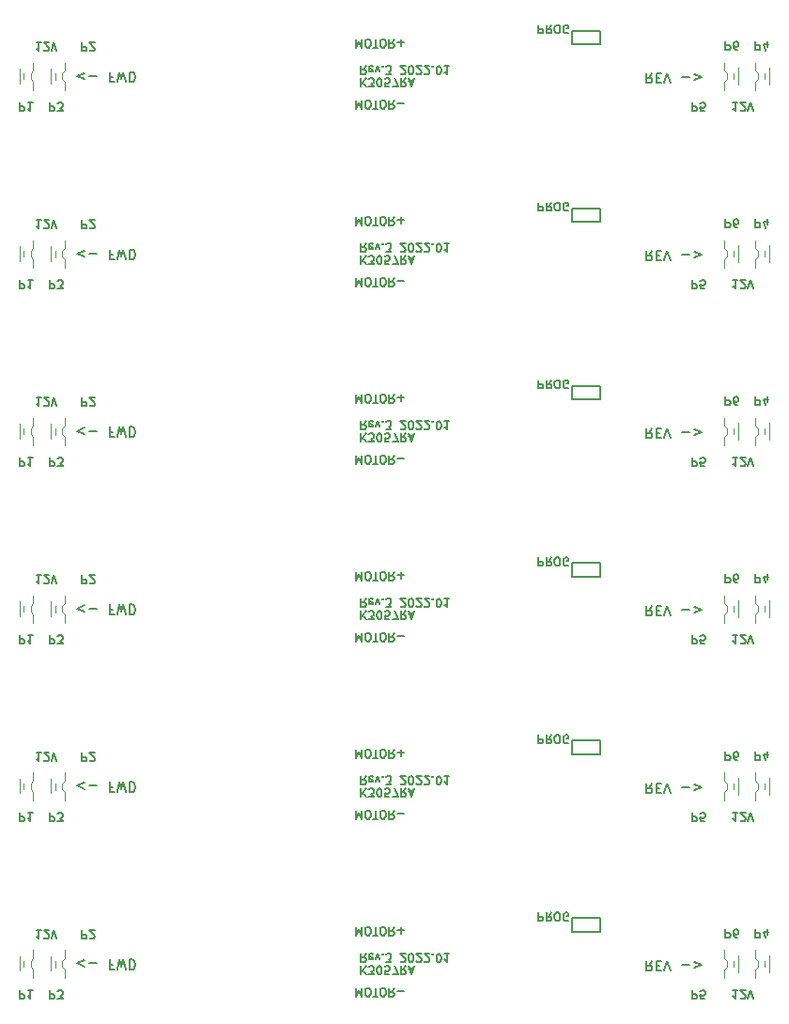
<source format=gbo>
%TF.GenerationSoftware,KiCad,Pcbnew,(5.1.12)-1*%
%TF.CreationDate,2022-01-09T23:00:33+09:00*%
%TF.ProjectId,motordecoder2-K3057,6d6f746f-7264-4656-936f-646572322d4b,rev?*%
%TF.SameCoordinates,PX55d4a80PY7641700*%
%TF.FileFunction,Legend,Bot*%
%TF.FilePolarity,Positive*%
%FSLAX46Y46*%
G04 Gerber Fmt 4.6, Leading zero omitted, Abs format (unit mm)*
G04 Created by KiCad (PCBNEW (5.1.12)-1) date 2022-01-09 23:00:33*
%MOMM*%
%LPD*%
G01*
G04 APERTURE LIST*
%ADD10C,0.180000*%
%ADD11C,0.200000*%
%ADD12C,0.120000*%
%ADD13R,0.750000X1.300000*%
%ADD14R,0.300000X0.500000*%
%ADD15R,0.500000X1.450000*%
%ADD16C,2.000000*%
%ADD17R,8.000000X2.000000*%
%ADD18R,7.000000X2.000000*%
%ADD19R,1.000000X1.000000*%
%ADD20R,0.950000X0.950000*%
G04 APERTURE END LIST*
D10*
X68346428Y4639286D02*
X68346428Y3889286D01*
X68632142Y3889286D01*
X68703571Y3925000D01*
X68739285Y3960715D01*
X68775000Y4032143D01*
X68775000Y4139286D01*
X68739285Y4210715D01*
X68703571Y4246429D01*
X68632142Y4282143D01*
X68346428Y4282143D01*
X69453571Y3889286D02*
X69096428Y3889286D01*
X69060714Y4246429D01*
X69096428Y4210715D01*
X69167857Y4175000D01*
X69346428Y4175000D01*
X69417857Y4210715D01*
X69453571Y4246429D01*
X69489285Y4317858D01*
X69489285Y4496429D01*
X69453571Y4567858D01*
X69417857Y4603572D01*
X69346428Y4639286D01*
X69167857Y4639286D01*
X69096428Y4603572D01*
X69060714Y4567858D01*
X68346428Y20639286D02*
X68346428Y19889286D01*
X68632142Y19889286D01*
X68703571Y19925000D01*
X68739285Y19960715D01*
X68775000Y20032143D01*
X68775000Y20139286D01*
X68739285Y20210715D01*
X68703571Y20246429D01*
X68632142Y20282143D01*
X68346428Y20282143D01*
X69453571Y19889286D02*
X69096428Y19889286D01*
X69060714Y20246429D01*
X69096428Y20210715D01*
X69167857Y20175000D01*
X69346428Y20175000D01*
X69417857Y20210715D01*
X69453571Y20246429D01*
X69489285Y20317858D01*
X69489285Y20496429D01*
X69453571Y20567858D01*
X69417857Y20603572D01*
X69346428Y20639286D01*
X69167857Y20639286D01*
X69096428Y20603572D01*
X69060714Y20567858D01*
X68346428Y36639286D02*
X68346428Y35889286D01*
X68632142Y35889286D01*
X68703571Y35925000D01*
X68739285Y35960715D01*
X68775000Y36032143D01*
X68775000Y36139286D01*
X68739285Y36210715D01*
X68703571Y36246429D01*
X68632142Y36282143D01*
X68346428Y36282143D01*
X69453571Y35889286D02*
X69096428Y35889286D01*
X69060714Y36246429D01*
X69096428Y36210715D01*
X69167857Y36175000D01*
X69346428Y36175000D01*
X69417857Y36210715D01*
X69453571Y36246429D01*
X69489285Y36317858D01*
X69489285Y36496429D01*
X69453571Y36567858D01*
X69417857Y36603572D01*
X69346428Y36639286D01*
X69167857Y36639286D01*
X69096428Y36603572D01*
X69060714Y36567858D01*
X68346428Y52639286D02*
X68346428Y51889286D01*
X68632142Y51889286D01*
X68703571Y51925000D01*
X68739285Y51960715D01*
X68775000Y52032143D01*
X68775000Y52139286D01*
X68739285Y52210715D01*
X68703571Y52246429D01*
X68632142Y52282143D01*
X68346428Y52282143D01*
X69453571Y51889286D02*
X69096428Y51889286D01*
X69060714Y52246429D01*
X69096428Y52210715D01*
X69167857Y52175000D01*
X69346428Y52175000D01*
X69417857Y52210715D01*
X69453571Y52246429D01*
X69489285Y52317858D01*
X69489285Y52496429D01*
X69453571Y52567858D01*
X69417857Y52603572D01*
X69346428Y52639286D01*
X69167857Y52639286D01*
X69096428Y52603572D01*
X69060714Y52567858D01*
X68346428Y68639286D02*
X68346428Y67889286D01*
X68632142Y67889286D01*
X68703571Y67925000D01*
X68739285Y67960715D01*
X68775000Y68032143D01*
X68775000Y68139286D01*
X68739285Y68210715D01*
X68703571Y68246429D01*
X68632142Y68282143D01*
X68346428Y68282143D01*
X69453571Y67889286D02*
X69096428Y67889286D01*
X69060714Y68246429D01*
X69096428Y68210715D01*
X69167857Y68175000D01*
X69346428Y68175000D01*
X69417857Y68210715D01*
X69453571Y68246429D01*
X69489285Y68317858D01*
X69489285Y68496429D01*
X69453571Y68567858D01*
X69417857Y68603572D01*
X69346428Y68639286D01*
X69167857Y68639286D01*
X69096428Y68603572D01*
X69060714Y68567858D01*
X74046428Y10139286D02*
X74046428Y9389286D01*
X74332142Y9389286D01*
X74403571Y9425000D01*
X74439285Y9460715D01*
X74475000Y9532143D01*
X74475000Y9639286D01*
X74439285Y9710715D01*
X74403571Y9746429D01*
X74332142Y9782143D01*
X74046428Y9782143D01*
X75117857Y9639286D02*
X75117857Y10139286D01*
X74939285Y9353572D02*
X74760714Y9889286D01*
X75225000Y9889286D01*
X74046428Y26139286D02*
X74046428Y25389286D01*
X74332142Y25389286D01*
X74403571Y25425000D01*
X74439285Y25460715D01*
X74475000Y25532143D01*
X74475000Y25639286D01*
X74439285Y25710715D01*
X74403571Y25746429D01*
X74332142Y25782143D01*
X74046428Y25782143D01*
X75117857Y25639286D02*
X75117857Y26139286D01*
X74939285Y25353572D02*
X74760714Y25889286D01*
X75225000Y25889286D01*
X74046428Y42139286D02*
X74046428Y41389286D01*
X74332142Y41389286D01*
X74403571Y41425000D01*
X74439285Y41460715D01*
X74475000Y41532143D01*
X74475000Y41639286D01*
X74439285Y41710715D01*
X74403571Y41746429D01*
X74332142Y41782143D01*
X74046428Y41782143D01*
X75117857Y41639286D02*
X75117857Y42139286D01*
X74939285Y41353572D02*
X74760714Y41889286D01*
X75225000Y41889286D01*
X74046428Y58139286D02*
X74046428Y57389286D01*
X74332142Y57389286D01*
X74403571Y57425000D01*
X74439285Y57460715D01*
X74475000Y57532143D01*
X74475000Y57639286D01*
X74439285Y57710715D01*
X74403571Y57746429D01*
X74332142Y57782143D01*
X74046428Y57782143D01*
X75117857Y57639286D02*
X75117857Y58139286D01*
X74939285Y57353572D02*
X74760714Y57889286D01*
X75225000Y57889286D01*
X74046428Y74139286D02*
X74046428Y73389286D01*
X74332142Y73389286D01*
X74403571Y73425000D01*
X74439285Y73460715D01*
X74475000Y73532143D01*
X74475000Y73639286D01*
X74439285Y73710715D01*
X74403571Y73746429D01*
X74332142Y73782143D01*
X74046428Y73782143D01*
X75117857Y73639286D02*
X75117857Y74139286D01*
X74939285Y73353572D02*
X74760714Y73889286D01*
X75225000Y73889286D01*
X71346428Y10139286D02*
X71346428Y9389286D01*
X71632142Y9389286D01*
X71703571Y9425000D01*
X71739285Y9460715D01*
X71775000Y9532143D01*
X71775000Y9639286D01*
X71739285Y9710715D01*
X71703571Y9746429D01*
X71632142Y9782143D01*
X71346428Y9782143D01*
X72417857Y9389286D02*
X72275000Y9389286D01*
X72203571Y9425000D01*
X72167857Y9460715D01*
X72096428Y9567858D01*
X72060714Y9710715D01*
X72060714Y9996429D01*
X72096428Y10067858D01*
X72132142Y10103572D01*
X72203571Y10139286D01*
X72346428Y10139286D01*
X72417857Y10103572D01*
X72453571Y10067858D01*
X72489285Y9996429D01*
X72489285Y9817858D01*
X72453571Y9746429D01*
X72417857Y9710715D01*
X72346428Y9675000D01*
X72203571Y9675000D01*
X72132142Y9710715D01*
X72096428Y9746429D01*
X72060714Y9817858D01*
X71346428Y26139286D02*
X71346428Y25389286D01*
X71632142Y25389286D01*
X71703571Y25425000D01*
X71739285Y25460715D01*
X71775000Y25532143D01*
X71775000Y25639286D01*
X71739285Y25710715D01*
X71703571Y25746429D01*
X71632142Y25782143D01*
X71346428Y25782143D01*
X72417857Y25389286D02*
X72275000Y25389286D01*
X72203571Y25425000D01*
X72167857Y25460715D01*
X72096428Y25567858D01*
X72060714Y25710715D01*
X72060714Y25996429D01*
X72096428Y26067858D01*
X72132142Y26103572D01*
X72203571Y26139286D01*
X72346428Y26139286D01*
X72417857Y26103572D01*
X72453571Y26067858D01*
X72489285Y25996429D01*
X72489285Y25817858D01*
X72453571Y25746429D01*
X72417857Y25710715D01*
X72346428Y25675000D01*
X72203571Y25675000D01*
X72132142Y25710715D01*
X72096428Y25746429D01*
X72060714Y25817858D01*
X71346428Y42139286D02*
X71346428Y41389286D01*
X71632142Y41389286D01*
X71703571Y41425000D01*
X71739285Y41460715D01*
X71775000Y41532143D01*
X71775000Y41639286D01*
X71739285Y41710715D01*
X71703571Y41746429D01*
X71632142Y41782143D01*
X71346428Y41782143D01*
X72417857Y41389286D02*
X72275000Y41389286D01*
X72203571Y41425000D01*
X72167857Y41460715D01*
X72096428Y41567858D01*
X72060714Y41710715D01*
X72060714Y41996429D01*
X72096428Y42067858D01*
X72132142Y42103572D01*
X72203571Y42139286D01*
X72346428Y42139286D01*
X72417857Y42103572D01*
X72453571Y42067858D01*
X72489285Y41996429D01*
X72489285Y41817858D01*
X72453571Y41746429D01*
X72417857Y41710715D01*
X72346428Y41675000D01*
X72203571Y41675000D01*
X72132142Y41710715D01*
X72096428Y41746429D01*
X72060714Y41817858D01*
X71346428Y58139286D02*
X71346428Y57389286D01*
X71632142Y57389286D01*
X71703571Y57425000D01*
X71739285Y57460715D01*
X71775000Y57532143D01*
X71775000Y57639286D01*
X71739285Y57710715D01*
X71703571Y57746429D01*
X71632142Y57782143D01*
X71346428Y57782143D01*
X72417857Y57389286D02*
X72275000Y57389286D01*
X72203571Y57425000D01*
X72167857Y57460715D01*
X72096428Y57567858D01*
X72060714Y57710715D01*
X72060714Y57996429D01*
X72096428Y58067858D01*
X72132142Y58103572D01*
X72203571Y58139286D01*
X72346428Y58139286D01*
X72417857Y58103572D01*
X72453571Y58067858D01*
X72489285Y57996429D01*
X72489285Y57817858D01*
X72453571Y57746429D01*
X72417857Y57710715D01*
X72346428Y57675000D01*
X72203571Y57675000D01*
X72132142Y57710715D01*
X72096428Y57746429D01*
X72060714Y57817858D01*
X71346428Y74139286D02*
X71346428Y73389286D01*
X71632142Y73389286D01*
X71703571Y73425000D01*
X71739285Y73460715D01*
X71775000Y73532143D01*
X71775000Y73639286D01*
X71739285Y73710715D01*
X71703571Y73746429D01*
X71632142Y73782143D01*
X71346428Y73782143D01*
X72417857Y73389286D02*
X72275000Y73389286D01*
X72203571Y73425000D01*
X72167857Y73460715D01*
X72096428Y73567858D01*
X72060714Y73710715D01*
X72060714Y73996429D01*
X72096428Y74067858D01*
X72132142Y74103572D01*
X72203571Y74139286D01*
X72346428Y74139286D01*
X72417857Y74103572D01*
X72453571Y74067858D01*
X72489285Y73996429D01*
X72489285Y73817858D01*
X72453571Y73746429D01*
X72417857Y73710715D01*
X72346428Y73675000D01*
X72203571Y73675000D01*
X72132142Y73710715D01*
X72096428Y73746429D01*
X72060714Y73817858D01*
X10446428Y4639286D02*
X10446428Y3889286D01*
X10732142Y3889286D01*
X10803571Y3925000D01*
X10839285Y3960715D01*
X10875000Y4032143D01*
X10875000Y4139286D01*
X10839285Y4210715D01*
X10803571Y4246429D01*
X10732142Y4282143D01*
X10446428Y4282143D01*
X11125000Y3889286D02*
X11589285Y3889286D01*
X11339285Y4175000D01*
X11446428Y4175000D01*
X11517857Y4210715D01*
X11553571Y4246429D01*
X11589285Y4317858D01*
X11589285Y4496429D01*
X11553571Y4567858D01*
X11517857Y4603572D01*
X11446428Y4639286D01*
X11232142Y4639286D01*
X11160714Y4603572D01*
X11125000Y4567858D01*
X10446428Y20639286D02*
X10446428Y19889286D01*
X10732142Y19889286D01*
X10803571Y19925000D01*
X10839285Y19960715D01*
X10875000Y20032143D01*
X10875000Y20139286D01*
X10839285Y20210715D01*
X10803571Y20246429D01*
X10732142Y20282143D01*
X10446428Y20282143D01*
X11125000Y19889286D02*
X11589285Y19889286D01*
X11339285Y20175000D01*
X11446428Y20175000D01*
X11517857Y20210715D01*
X11553571Y20246429D01*
X11589285Y20317858D01*
X11589285Y20496429D01*
X11553571Y20567858D01*
X11517857Y20603572D01*
X11446428Y20639286D01*
X11232142Y20639286D01*
X11160714Y20603572D01*
X11125000Y20567858D01*
X10446428Y36639286D02*
X10446428Y35889286D01*
X10732142Y35889286D01*
X10803571Y35925000D01*
X10839285Y35960715D01*
X10875000Y36032143D01*
X10875000Y36139286D01*
X10839285Y36210715D01*
X10803571Y36246429D01*
X10732142Y36282143D01*
X10446428Y36282143D01*
X11125000Y35889286D02*
X11589285Y35889286D01*
X11339285Y36175000D01*
X11446428Y36175000D01*
X11517857Y36210715D01*
X11553571Y36246429D01*
X11589285Y36317858D01*
X11589285Y36496429D01*
X11553571Y36567858D01*
X11517857Y36603572D01*
X11446428Y36639286D01*
X11232142Y36639286D01*
X11160714Y36603572D01*
X11125000Y36567858D01*
X10446428Y52639286D02*
X10446428Y51889286D01*
X10732142Y51889286D01*
X10803571Y51925000D01*
X10839285Y51960715D01*
X10875000Y52032143D01*
X10875000Y52139286D01*
X10839285Y52210715D01*
X10803571Y52246429D01*
X10732142Y52282143D01*
X10446428Y52282143D01*
X11125000Y51889286D02*
X11589285Y51889286D01*
X11339285Y52175000D01*
X11446428Y52175000D01*
X11517857Y52210715D01*
X11553571Y52246429D01*
X11589285Y52317858D01*
X11589285Y52496429D01*
X11553571Y52567858D01*
X11517857Y52603572D01*
X11446428Y52639286D01*
X11232142Y52639286D01*
X11160714Y52603572D01*
X11125000Y52567858D01*
X10446428Y68639286D02*
X10446428Y67889286D01*
X10732142Y67889286D01*
X10803571Y67925000D01*
X10839285Y67960715D01*
X10875000Y68032143D01*
X10875000Y68139286D01*
X10839285Y68210715D01*
X10803571Y68246429D01*
X10732142Y68282143D01*
X10446428Y68282143D01*
X11125000Y67889286D02*
X11589285Y67889286D01*
X11339285Y68175000D01*
X11446428Y68175000D01*
X11517857Y68210715D01*
X11553571Y68246429D01*
X11589285Y68317858D01*
X11589285Y68496429D01*
X11553571Y68567858D01*
X11517857Y68603572D01*
X11446428Y68639286D01*
X11232142Y68639286D01*
X11160714Y68603572D01*
X11125000Y68567858D01*
X54460714Y11639286D02*
X54460714Y10889286D01*
X54746428Y10889286D01*
X54817857Y10925000D01*
X54853571Y10960715D01*
X54889285Y11032143D01*
X54889285Y11139286D01*
X54853571Y11210715D01*
X54817857Y11246429D01*
X54746428Y11282143D01*
X54460714Y11282143D01*
X55639285Y11639286D02*
X55389285Y11282143D01*
X55210714Y11639286D02*
X55210714Y10889286D01*
X55496428Y10889286D01*
X55567857Y10925000D01*
X55603571Y10960715D01*
X55639285Y11032143D01*
X55639285Y11139286D01*
X55603571Y11210715D01*
X55567857Y11246429D01*
X55496428Y11282143D01*
X55210714Y11282143D01*
X56103571Y10889286D02*
X56246428Y10889286D01*
X56317857Y10925000D01*
X56389285Y10996429D01*
X56425000Y11139286D01*
X56425000Y11389286D01*
X56389285Y11532143D01*
X56317857Y11603572D01*
X56246428Y11639286D01*
X56103571Y11639286D01*
X56032142Y11603572D01*
X55960714Y11532143D01*
X55925000Y11389286D01*
X55925000Y11139286D01*
X55960714Y10996429D01*
X56032142Y10925000D01*
X56103571Y10889286D01*
X57139285Y10925000D02*
X57067857Y10889286D01*
X56960714Y10889286D01*
X56853571Y10925000D01*
X56782142Y10996429D01*
X56746428Y11067858D01*
X56710714Y11210715D01*
X56710714Y11317858D01*
X56746428Y11460715D01*
X56782142Y11532143D01*
X56853571Y11603572D01*
X56960714Y11639286D01*
X57032142Y11639286D01*
X57139285Y11603572D01*
X57175000Y11567858D01*
X57175000Y11317858D01*
X57032142Y11317858D01*
X54460714Y27639286D02*
X54460714Y26889286D01*
X54746428Y26889286D01*
X54817857Y26925000D01*
X54853571Y26960715D01*
X54889285Y27032143D01*
X54889285Y27139286D01*
X54853571Y27210715D01*
X54817857Y27246429D01*
X54746428Y27282143D01*
X54460714Y27282143D01*
X55639285Y27639286D02*
X55389285Y27282143D01*
X55210714Y27639286D02*
X55210714Y26889286D01*
X55496428Y26889286D01*
X55567857Y26925000D01*
X55603571Y26960715D01*
X55639285Y27032143D01*
X55639285Y27139286D01*
X55603571Y27210715D01*
X55567857Y27246429D01*
X55496428Y27282143D01*
X55210714Y27282143D01*
X56103571Y26889286D02*
X56246428Y26889286D01*
X56317857Y26925000D01*
X56389285Y26996429D01*
X56425000Y27139286D01*
X56425000Y27389286D01*
X56389285Y27532143D01*
X56317857Y27603572D01*
X56246428Y27639286D01*
X56103571Y27639286D01*
X56032142Y27603572D01*
X55960714Y27532143D01*
X55925000Y27389286D01*
X55925000Y27139286D01*
X55960714Y26996429D01*
X56032142Y26925000D01*
X56103571Y26889286D01*
X57139285Y26925000D02*
X57067857Y26889286D01*
X56960714Y26889286D01*
X56853571Y26925000D01*
X56782142Y26996429D01*
X56746428Y27067858D01*
X56710714Y27210715D01*
X56710714Y27317858D01*
X56746428Y27460715D01*
X56782142Y27532143D01*
X56853571Y27603572D01*
X56960714Y27639286D01*
X57032142Y27639286D01*
X57139285Y27603572D01*
X57175000Y27567858D01*
X57175000Y27317858D01*
X57032142Y27317858D01*
X54460714Y43639286D02*
X54460714Y42889286D01*
X54746428Y42889286D01*
X54817857Y42925000D01*
X54853571Y42960715D01*
X54889285Y43032143D01*
X54889285Y43139286D01*
X54853571Y43210715D01*
X54817857Y43246429D01*
X54746428Y43282143D01*
X54460714Y43282143D01*
X55639285Y43639286D02*
X55389285Y43282143D01*
X55210714Y43639286D02*
X55210714Y42889286D01*
X55496428Y42889286D01*
X55567857Y42925000D01*
X55603571Y42960715D01*
X55639285Y43032143D01*
X55639285Y43139286D01*
X55603571Y43210715D01*
X55567857Y43246429D01*
X55496428Y43282143D01*
X55210714Y43282143D01*
X56103571Y42889286D02*
X56246428Y42889286D01*
X56317857Y42925000D01*
X56389285Y42996429D01*
X56425000Y43139286D01*
X56425000Y43389286D01*
X56389285Y43532143D01*
X56317857Y43603572D01*
X56246428Y43639286D01*
X56103571Y43639286D01*
X56032142Y43603572D01*
X55960714Y43532143D01*
X55925000Y43389286D01*
X55925000Y43139286D01*
X55960714Y42996429D01*
X56032142Y42925000D01*
X56103571Y42889286D01*
X57139285Y42925000D02*
X57067857Y42889286D01*
X56960714Y42889286D01*
X56853571Y42925000D01*
X56782142Y42996429D01*
X56746428Y43067858D01*
X56710714Y43210715D01*
X56710714Y43317858D01*
X56746428Y43460715D01*
X56782142Y43532143D01*
X56853571Y43603572D01*
X56960714Y43639286D01*
X57032142Y43639286D01*
X57139285Y43603572D01*
X57175000Y43567858D01*
X57175000Y43317858D01*
X57032142Y43317858D01*
X54460714Y59639286D02*
X54460714Y58889286D01*
X54746428Y58889286D01*
X54817857Y58925000D01*
X54853571Y58960715D01*
X54889285Y59032143D01*
X54889285Y59139286D01*
X54853571Y59210715D01*
X54817857Y59246429D01*
X54746428Y59282143D01*
X54460714Y59282143D01*
X55639285Y59639286D02*
X55389285Y59282143D01*
X55210714Y59639286D02*
X55210714Y58889286D01*
X55496428Y58889286D01*
X55567857Y58925000D01*
X55603571Y58960715D01*
X55639285Y59032143D01*
X55639285Y59139286D01*
X55603571Y59210715D01*
X55567857Y59246429D01*
X55496428Y59282143D01*
X55210714Y59282143D01*
X56103571Y58889286D02*
X56246428Y58889286D01*
X56317857Y58925000D01*
X56389285Y58996429D01*
X56425000Y59139286D01*
X56425000Y59389286D01*
X56389285Y59532143D01*
X56317857Y59603572D01*
X56246428Y59639286D01*
X56103571Y59639286D01*
X56032142Y59603572D01*
X55960714Y59532143D01*
X55925000Y59389286D01*
X55925000Y59139286D01*
X55960714Y58996429D01*
X56032142Y58925000D01*
X56103571Y58889286D01*
X57139285Y58925000D02*
X57067857Y58889286D01*
X56960714Y58889286D01*
X56853571Y58925000D01*
X56782142Y58996429D01*
X56746428Y59067858D01*
X56710714Y59210715D01*
X56710714Y59317858D01*
X56746428Y59460715D01*
X56782142Y59532143D01*
X56853571Y59603572D01*
X56960714Y59639286D01*
X57032142Y59639286D01*
X57139285Y59603572D01*
X57175000Y59567858D01*
X57175000Y59317858D01*
X57032142Y59317858D01*
X54460714Y75639286D02*
X54460714Y74889286D01*
X54746428Y74889286D01*
X54817857Y74925000D01*
X54853571Y74960715D01*
X54889285Y75032143D01*
X54889285Y75139286D01*
X54853571Y75210715D01*
X54817857Y75246429D01*
X54746428Y75282143D01*
X54460714Y75282143D01*
X55639285Y75639286D02*
X55389285Y75282143D01*
X55210714Y75639286D02*
X55210714Y74889286D01*
X55496428Y74889286D01*
X55567857Y74925000D01*
X55603571Y74960715D01*
X55639285Y75032143D01*
X55639285Y75139286D01*
X55603571Y75210715D01*
X55567857Y75246429D01*
X55496428Y75282143D01*
X55210714Y75282143D01*
X56103571Y74889286D02*
X56246428Y74889286D01*
X56317857Y74925000D01*
X56389285Y74996429D01*
X56425000Y75139286D01*
X56425000Y75389286D01*
X56389285Y75532143D01*
X56317857Y75603572D01*
X56246428Y75639286D01*
X56103571Y75639286D01*
X56032142Y75603572D01*
X55960714Y75532143D01*
X55925000Y75389286D01*
X55925000Y75139286D01*
X55960714Y74996429D01*
X56032142Y74925000D01*
X56103571Y74889286D01*
X57139285Y74925000D02*
X57067857Y74889286D01*
X56960714Y74889286D01*
X56853571Y74925000D01*
X56782142Y74996429D01*
X56746428Y75067858D01*
X56710714Y75210715D01*
X56710714Y75317858D01*
X56746428Y75460715D01*
X56782142Y75532143D01*
X56853571Y75603572D01*
X56960714Y75639286D01*
X57032142Y75639286D01*
X57139285Y75603572D01*
X57175000Y75567858D01*
X57175000Y75317858D01*
X57032142Y75317858D01*
X38495571Y6839286D02*
X38495571Y6089286D01*
X38924142Y6839286D02*
X38602714Y6410715D01*
X38924142Y6089286D02*
X38495571Y6517858D01*
X39174142Y6089286D02*
X39638428Y6089286D01*
X39388428Y6375000D01*
X39495571Y6375000D01*
X39567000Y6410715D01*
X39602714Y6446429D01*
X39638428Y6517858D01*
X39638428Y6696429D01*
X39602714Y6767858D01*
X39567000Y6803572D01*
X39495571Y6839286D01*
X39281285Y6839286D01*
X39209857Y6803572D01*
X39174142Y6767858D01*
X40102714Y6089286D02*
X40174142Y6089286D01*
X40245571Y6125000D01*
X40281285Y6160715D01*
X40317000Y6232143D01*
X40352714Y6375000D01*
X40352714Y6553572D01*
X40317000Y6696429D01*
X40281285Y6767858D01*
X40245571Y6803572D01*
X40174142Y6839286D01*
X40102714Y6839286D01*
X40031285Y6803572D01*
X39995571Y6767858D01*
X39959857Y6696429D01*
X39924142Y6553572D01*
X39924142Y6375000D01*
X39959857Y6232143D01*
X39995571Y6160715D01*
X40031285Y6125000D01*
X40102714Y6089286D01*
X41031285Y6089286D02*
X40674142Y6089286D01*
X40638428Y6446429D01*
X40674142Y6410715D01*
X40745571Y6375000D01*
X40924142Y6375000D01*
X40995571Y6410715D01*
X41031285Y6446429D01*
X41067000Y6517858D01*
X41067000Y6696429D01*
X41031285Y6767858D01*
X40995571Y6803572D01*
X40924142Y6839286D01*
X40745571Y6839286D01*
X40674142Y6803572D01*
X40638428Y6767858D01*
X41317000Y6089286D02*
X41817000Y6089286D01*
X41495571Y6839286D01*
X42531285Y6839286D02*
X42281285Y6482143D01*
X42102714Y6839286D02*
X42102714Y6089286D01*
X42388428Y6089286D01*
X42459857Y6125000D01*
X42495571Y6160715D01*
X42531285Y6232143D01*
X42531285Y6339286D01*
X42495571Y6410715D01*
X42459857Y6446429D01*
X42388428Y6482143D01*
X42102714Y6482143D01*
X42817000Y6625000D02*
X43174142Y6625000D01*
X42745571Y6839286D02*
X42995571Y6089286D01*
X43245571Y6839286D01*
X38495571Y22839286D02*
X38495571Y22089286D01*
X38924142Y22839286D02*
X38602714Y22410715D01*
X38924142Y22089286D02*
X38495571Y22517858D01*
X39174142Y22089286D02*
X39638428Y22089286D01*
X39388428Y22375000D01*
X39495571Y22375000D01*
X39567000Y22410715D01*
X39602714Y22446429D01*
X39638428Y22517858D01*
X39638428Y22696429D01*
X39602714Y22767858D01*
X39567000Y22803572D01*
X39495571Y22839286D01*
X39281285Y22839286D01*
X39209857Y22803572D01*
X39174142Y22767858D01*
X40102714Y22089286D02*
X40174142Y22089286D01*
X40245571Y22125000D01*
X40281285Y22160715D01*
X40317000Y22232143D01*
X40352714Y22375000D01*
X40352714Y22553572D01*
X40317000Y22696429D01*
X40281285Y22767858D01*
X40245571Y22803572D01*
X40174142Y22839286D01*
X40102714Y22839286D01*
X40031285Y22803572D01*
X39995571Y22767858D01*
X39959857Y22696429D01*
X39924142Y22553572D01*
X39924142Y22375000D01*
X39959857Y22232143D01*
X39995571Y22160715D01*
X40031285Y22125000D01*
X40102714Y22089286D01*
X41031285Y22089286D02*
X40674142Y22089286D01*
X40638428Y22446429D01*
X40674142Y22410715D01*
X40745571Y22375000D01*
X40924142Y22375000D01*
X40995571Y22410715D01*
X41031285Y22446429D01*
X41067000Y22517858D01*
X41067000Y22696429D01*
X41031285Y22767858D01*
X40995571Y22803572D01*
X40924142Y22839286D01*
X40745571Y22839286D01*
X40674142Y22803572D01*
X40638428Y22767858D01*
X41317000Y22089286D02*
X41817000Y22089286D01*
X41495571Y22839286D01*
X42531285Y22839286D02*
X42281285Y22482143D01*
X42102714Y22839286D02*
X42102714Y22089286D01*
X42388428Y22089286D01*
X42459857Y22125000D01*
X42495571Y22160715D01*
X42531285Y22232143D01*
X42531285Y22339286D01*
X42495571Y22410715D01*
X42459857Y22446429D01*
X42388428Y22482143D01*
X42102714Y22482143D01*
X42817000Y22625000D02*
X43174142Y22625000D01*
X42745571Y22839286D02*
X42995571Y22089286D01*
X43245571Y22839286D01*
X38495571Y38839286D02*
X38495571Y38089286D01*
X38924142Y38839286D02*
X38602714Y38410715D01*
X38924142Y38089286D02*
X38495571Y38517858D01*
X39174142Y38089286D02*
X39638428Y38089286D01*
X39388428Y38375000D01*
X39495571Y38375000D01*
X39567000Y38410715D01*
X39602714Y38446429D01*
X39638428Y38517858D01*
X39638428Y38696429D01*
X39602714Y38767858D01*
X39567000Y38803572D01*
X39495571Y38839286D01*
X39281285Y38839286D01*
X39209857Y38803572D01*
X39174142Y38767858D01*
X40102714Y38089286D02*
X40174142Y38089286D01*
X40245571Y38125000D01*
X40281285Y38160715D01*
X40317000Y38232143D01*
X40352714Y38375000D01*
X40352714Y38553572D01*
X40317000Y38696429D01*
X40281285Y38767858D01*
X40245571Y38803572D01*
X40174142Y38839286D01*
X40102714Y38839286D01*
X40031285Y38803572D01*
X39995571Y38767858D01*
X39959857Y38696429D01*
X39924142Y38553572D01*
X39924142Y38375000D01*
X39959857Y38232143D01*
X39995571Y38160715D01*
X40031285Y38125000D01*
X40102714Y38089286D01*
X41031285Y38089286D02*
X40674142Y38089286D01*
X40638428Y38446429D01*
X40674142Y38410715D01*
X40745571Y38375000D01*
X40924142Y38375000D01*
X40995571Y38410715D01*
X41031285Y38446429D01*
X41067000Y38517858D01*
X41067000Y38696429D01*
X41031285Y38767858D01*
X40995571Y38803572D01*
X40924142Y38839286D01*
X40745571Y38839286D01*
X40674142Y38803572D01*
X40638428Y38767858D01*
X41317000Y38089286D02*
X41817000Y38089286D01*
X41495571Y38839286D01*
X42531285Y38839286D02*
X42281285Y38482143D01*
X42102714Y38839286D02*
X42102714Y38089286D01*
X42388428Y38089286D01*
X42459857Y38125000D01*
X42495571Y38160715D01*
X42531285Y38232143D01*
X42531285Y38339286D01*
X42495571Y38410715D01*
X42459857Y38446429D01*
X42388428Y38482143D01*
X42102714Y38482143D01*
X42817000Y38625000D02*
X43174142Y38625000D01*
X42745571Y38839286D02*
X42995571Y38089286D01*
X43245571Y38839286D01*
X38495571Y54839286D02*
X38495571Y54089286D01*
X38924142Y54839286D02*
X38602714Y54410715D01*
X38924142Y54089286D02*
X38495571Y54517858D01*
X39174142Y54089286D02*
X39638428Y54089286D01*
X39388428Y54375000D01*
X39495571Y54375000D01*
X39567000Y54410715D01*
X39602714Y54446429D01*
X39638428Y54517858D01*
X39638428Y54696429D01*
X39602714Y54767858D01*
X39567000Y54803572D01*
X39495571Y54839286D01*
X39281285Y54839286D01*
X39209857Y54803572D01*
X39174142Y54767858D01*
X40102714Y54089286D02*
X40174142Y54089286D01*
X40245571Y54125000D01*
X40281285Y54160715D01*
X40317000Y54232143D01*
X40352714Y54375000D01*
X40352714Y54553572D01*
X40317000Y54696429D01*
X40281285Y54767858D01*
X40245571Y54803572D01*
X40174142Y54839286D01*
X40102714Y54839286D01*
X40031285Y54803572D01*
X39995571Y54767858D01*
X39959857Y54696429D01*
X39924142Y54553572D01*
X39924142Y54375000D01*
X39959857Y54232143D01*
X39995571Y54160715D01*
X40031285Y54125000D01*
X40102714Y54089286D01*
X41031285Y54089286D02*
X40674142Y54089286D01*
X40638428Y54446429D01*
X40674142Y54410715D01*
X40745571Y54375000D01*
X40924142Y54375000D01*
X40995571Y54410715D01*
X41031285Y54446429D01*
X41067000Y54517858D01*
X41067000Y54696429D01*
X41031285Y54767858D01*
X40995571Y54803572D01*
X40924142Y54839286D01*
X40745571Y54839286D01*
X40674142Y54803572D01*
X40638428Y54767858D01*
X41317000Y54089286D02*
X41817000Y54089286D01*
X41495571Y54839286D01*
X42531285Y54839286D02*
X42281285Y54482143D01*
X42102714Y54839286D02*
X42102714Y54089286D01*
X42388428Y54089286D01*
X42459857Y54125000D01*
X42495571Y54160715D01*
X42531285Y54232143D01*
X42531285Y54339286D01*
X42495571Y54410715D01*
X42459857Y54446429D01*
X42388428Y54482143D01*
X42102714Y54482143D01*
X42817000Y54625000D02*
X43174142Y54625000D01*
X42745571Y54839286D02*
X42995571Y54089286D01*
X43245571Y54839286D01*
X38495571Y70839286D02*
X38495571Y70089286D01*
X38924142Y70839286D02*
X38602714Y70410715D01*
X38924142Y70089286D02*
X38495571Y70517858D01*
X39174142Y70089286D02*
X39638428Y70089286D01*
X39388428Y70375000D01*
X39495571Y70375000D01*
X39567000Y70410715D01*
X39602714Y70446429D01*
X39638428Y70517858D01*
X39638428Y70696429D01*
X39602714Y70767858D01*
X39567000Y70803572D01*
X39495571Y70839286D01*
X39281285Y70839286D01*
X39209857Y70803572D01*
X39174142Y70767858D01*
X40102714Y70089286D02*
X40174142Y70089286D01*
X40245571Y70125000D01*
X40281285Y70160715D01*
X40317000Y70232143D01*
X40352714Y70375000D01*
X40352714Y70553572D01*
X40317000Y70696429D01*
X40281285Y70767858D01*
X40245571Y70803572D01*
X40174142Y70839286D01*
X40102714Y70839286D01*
X40031285Y70803572D01*
X39995571Y70767858D01*
X39959857Y70696429D01*
X39924142Y70553572D01*
X39924142Y70375000D01*
X39959857Y70232143D01*
X39995571Y70160715D01*
X40031285Y70125000D01*
X40102714Y70089286D01*
X41031285Y70089286D02*
X40674142Y70089286D01*
X40638428Y70446429D01*
X40674142Y70410715D01*
X40745571Y70375000D01*
X40924142Y70375000D01*
X40995571Y70410715D01*
X41031285Y70446429D01*
X41067000Y70517858D01*
X41067000Y70696429D01*
X41031285Y70767858D01*
X40995571Y70803572D01*
X40924142Y70839286D01*
X40745571Y70839286D01*
X40674142Y70803572D01*
X40638428Y70767858D01*
X41317000Y70089286D02*
X41817000Y70089286D01*
X41495571Y70839286D01*
X42531285Y70839286D02*
X42281285Y70482143D01*
X42102714Y70839286D02*
X42102714Y70089286D01*
X42388428Y70089286D01*
X42459857Y70125000D01*
X42495571Y70160715D01*
X42531285Y70232143D01*
X42531285Y70339286D01*
X42495571Y70410715D01*
X42459857Y70446429D01*
X42388428Y70482143D01*
X42102714Y70482143D01*
X42817000Y70625000D02*
X43174142Y70625000D01*
X42745571Y70839286D02*
X42995571Y70089286D01*
X43245571Y70839286D01*
X38924142Y7939286D02*
X38674142Y7582143D01*
X38495571Y7939286D02*
X38495571Y7189286D01*
X38781285Y7189286D01*
X38852714Y7225000D01*
X38888428Y7260715D01*
X38924142Y7332143D01*
X38924142Y7439286D01*
X38888428Y7510715D01*
X38852714Y7546429D01*
X38781285Y7582143D01*
X38495571Y7582143D01*
X39531285Y7903572D02*
X39459857Y7939286D01*
X39317000Y7939286D01*
X39245571Y7903572D01*
X39209857Y7832143D01*
X39209857Y7546429D01*
X39245571Y7475000D01*
X39317000Y7439286D01*
X39459857Y7439286D01*
X39531285Y7475000D01*
X39567000Y7546429D01*
X39567000Y7617858D01*
X39209857Y7689286D01*
X39817000Y7439286D02*
X39995571Y7939286D01*
X40174142Y7439286D01*
X40459857Y7867858D02*
X40495571Y7903572D01*
X40459857Y7939286D01*
X40424142Y7903572D01*
X40459857Y7867858D01*
X40459857Y7939286D01*
X40745571Y7189286D02*
X41209857Y7189286D01*
X40959857Y7475000D01*
X41067000Y7475000D01*
X41138428Y7510715D01*
X41174142Y7546429D01*
X41209857Y7617858D01*
X41209857Y7796429D01*
X41174142Y7867858D01*
X41138428Y7903572D01*
X41067000Y7939286D01*
X40852714Y7939286D01*
X40781285Y7903572D01*
X40745571Y7867858D01*
X42067000Y7260715D02*
X42102714Y7225000D01*
X42174142Y7189286D01*
X42352714Y7189286D01*
X42424142Y7225000D01*
X42459857Y7260715D01*
X42495571Y7332143D01*
X42495571Y7403572D01*
X42459857Y7510715D01*
X42031285Y7939286D01*
X42495571Y7939286D01*
X42959857Y7189286D02*
X43031285Y7189286D01*
X43102714Y7225000D01*
X43138428Y7260715D01*
X43174142Y7332143D01*
X43209857Y7475000D01*
X43209857Y7653572D01*
X43174142Y7796429D01*
X43138428Y7867858D01*
X43102714Y7903572D01*
X43031285Y7939286D01*
X42959857Y7939286D01*
X42888428Y7903572D01*
X42852714Y7867858D01*
X42817000Y7796429D01*
X42781285Y7653572D01*
X42781285Y7475000D01*
X42817000Y7332143D01*
X42852714Y7260715D01*
X42888428Y7225000D01*
X42959857Y7189286D01*
X43495571Y7260715D02*
X43531285Y7225000D01*
X43602714Y7189286D01*
X43781285Y7189286D01*
X43852714Y7225000D01*
X43888428Y7260715D01*
X43924142Y7332143D01*
X43924142Y7403572D01*
X43888428Y7510715D01*
X43459857Y7939286D01*
X43924142Y7939286D01*
X44209857Y7260715D02*
X44245571Y7225000D01*
X44317000Y7189286D01*
X44495571Y7189286D01*
X44567000Y7225000D01*
X44602714Y7260715D01*
X44638428Y7332143D01*
X44638428Y7403572D01*
X44602714Y7510715D01*
X44174142Y7939286D01*
X44638428Y7939286D01*
X44959857Y7867858D02*
X44995571Y7903572D01*
X44959857Y7939286D01*
X44924142Y7903572D01*
X44959857Y7867858D01*
X44959857Y7939286D01*
X45459857Y7189286D02*
X45531285Y7189286D01*
X45602714Y7225000D01*
X45638428Y7260715D01*
X45674142Y7332143D01*
X45709857Y7475000D01*
X45709857Y7653572D01*
X45674142Y7796429D01*
X45638428Y7867858D01*
X45602714Y7903572D01*
X45531285Y7939286D01*
X45459857Y7939286D01*
X45388428Y7903572D01*
X45352714Y7867858D01*
X45317000Y7796429D01*
X45281285Y7653572D01*
X45281285Y7475000D01*
X45317000Y7332143D01*
X45352714Y7260715D01*
X45388428Y7225000D01*
X45459857Y7189286D01*
X46424142Y7939286D02*
X45995571Y7939286D01*
X46209857Y7939286D02*
X46209857Y7189286D01*
X46138428Y7296429D01*
X46067000Y7367858D01*
X45995571Y7403572D01*
X38924142Y23939286D02*
X38674142Y23582143D01*
X38495571Y23939286D02*
X38495571Y23189286D01*
X38781285Y23189286D01*
X38852714Y23225000D01*
X38888428Y23260715D01*
X38924142Y23332143D01*
X38924142Y23439286D01*
X38888428Y23510715D01*
X38852714Y23546429D01*
X38781285Y23582143D01*
X38495571Y23582143D01*
X39531285Y23903572D02*
X39459857Y23939286D01*
X39317000Y23939286D01*
X39245571Y23903572D01*
X39209857Y23832143D01*
X39209857Y23546429D01*
X39245571Y23475000D01*
X39317000Y23439286D01*
X39459857Y23439286D01*
X39531285Y23475000D01*
X39567000Y23546429D01*
X39567000Y23617858D01*
X39209857Y23689286D01*
X39817000Y23439286D02*
X39995571Y23939286D01*
X40174142Y23439286D01*
X40459857Y23867858D02*
X40495571Y23903572D01*
X40459857Y23939286D01*
X40424142Y23903572D01*
X40459857Y23867858D01*
X40459857Y23939286D01*
X40745571Y23189286D02*
X41209857Y23189286D01*
X40959857Y23475000D01*
X41067000Y23475000D01*
X41138428Y23510715D01*
X41174142Y23546429D01*
X41209857Y23617858D01*
X41209857Y23796429D01*
X41174142Y23867858D01*
X41138428Y23903572D01*
X41067000Y23939286D01*
X40852714Y23939286D01*
X40781285Y23903572D01*
X40745571Y23867858D01*
X42067000Y23260715D02*
X42102714Y23225000D01*
X42174142Y23189286D01*
X42352714Y23189286D01*
X42424142Y23225000D01*
X42459857Y23260715D01*
X42495571Y23332143D01*
X42495571Y23403572D01*
X42459857Y23510715D01*
X42031285Y23939286D01*
X42495571Y23939286D01*
X42959857Y23189286D02*
X43031285Y23189286D01*
X43102714Y23225000D01*
X43138428Y23260715D01*
X43174142Y23332143D01*
X43209857Y23475000D01*
X43209857Y23653572D01*
X43174142Y23796429D01*
X43138428Y23867858D01*
X43102714Y23903572D01*
X43031285Y23939286D01*
X42959857Y23939286D01*
X42888428Y23903572D01*
X42852714Y23867858D01*
X42817000Y23796429D01*
X42781285Y23653572D01*
X42781285Y23475000D01*
X42817000Y23332143D01*
X42852714Y23260715D01*
X42888428Y23225000D01*
X42959857Y23189286D01*
X43495571Y23260715D02*
X43531285Y23225000D01*
X43602714Y23189286D01*
X43781285Y23189286D01*
X43852714Y23225000D01*
X43888428Y23260715D01*
X43924142Y23332143D01*
X43924142Y23403572D01*
X43888428Y23510715D01*
X43459857Y23939286D01*
X43924142Y23939286D01*
X44209857Y23260715D02*
X44245571Y23225000D01*
X44317000Y23189286D01*
X44495571Y23189286D01*
X44567000Y23225000D01*
X44602714Y23260715D01*
X44638428Y23332143D01*
X44638428Y23403572D01*
X44602714Y23510715D01*
X44174142Y23939286D01*
X44638428Y23939286D01*
X44959857Y23867858D02*
X44995571Y23903572D01*
X44959857Y23939286D01*
X44924142Y23903572D01*
X44959857Y23867858D01*
X44959857Y23939286D01*
X45459857Y23189286D02*
X45531285Y23189286D01*
X45602714Y23225000D01*
X45638428Y23260715D01*
X45674142Y23332143D01*
X45709857Y23475000D01*
X45709857Y23653572D01*
X45674142Y23796429D01*
X45638428Y23867858D01*
X45602714Y23903572D01*
X45531285Y23939286D01*
X45459857Y23939286D01*
X45388428Y23903572D01*
X45352714Y23867858D01*
X45317000Y23796429D01*
X45281285Y23653572D01*
X45281285Y23475000D01*
X45317000Y23332143D01*
X45352714Y23260715D01*
X45388428Y23225000D01*
X45459857Y23189286D01*
X46424142Y23939286D02*
X45995571Y23939286D01*
X46209857Y23939286D02*
X46209857Y23189286D01*
X46138428Y23296429D01*
X46067000Y23367858D01*
X45995571Y23403572D01*
X38924142Y39939286D02*
X38674142Y39582143D01*
X38495571Y39939286D02*
X38495571Y39189286D01*
X38781285Y39189286D01*
X38852714Y39225000D01*
X38888428Y39260715D01*
X38924142Y39332143D01*
X38924142Y39439286D01*
X38888428Y39510715D01*
X38852714Y39546429D01*
X38781285Y39582143D01*
X38495571Y39582143D01*
X39531285Y39903572D02*
X39459857Y39939286D01*
X39317000Y39939286D01*
X39245571Y39903572D01*
X39209857Y39832143D01*
X39209857Y39546429D01*
X39245571Y39475000D01*
X39317000Y39439286D01*
X39459857Y39439286D01*
X39531285Y39475000D01*
X39567000Y39546429D01*
X39567000Y39617858D01*
X39209857Y39689286D01*
X39817000Y39439286D02*
X39995571Y39939286D01*
X40174142Y39439286D01*
X40459857Y39867858D02*
X40495571Y39903572D01*
X40459857Y39939286D01*
X40424142Y39903572D01*
X40459857Y39867858D01*
X40459857Y39939286D01*
X40745571Y39189286D02*
X41209857Y39189286D01*
X40959857Y39475000D01*
X41067000Y39475000D01*
X41138428Y39510715D01*
X41174142Y39546429D01*
X41209857Y39617858D01*
X41209857Y39796429D01*
X41174142Y39867858D01*
X41138428Y39903572D01*
X41067000Y39939286D01*
X40852714Y39939286D01*
X40781285Y39903572D01*
X40745571Y39867858D01*
X42067000Y39260715D02*
X42102714Y39225000D01*
X42174142Y39189286D01*
X42352714Y39189286D01*
X42424142Y39225000D01*
X42459857Y39260715D01*
X42495571Y39332143D01*
X42495571Y39403572D01*
X42459857Y39510715D01*
X42031285Y39939286D01*
X42495571Y39939286D01*
X42959857Y39189286D02*
X43031285Y39189286D01*
X43102714Y39225000D01*
X43138428Y39260715D01*
X43174142Y39332143D01*
X43209857Y39475000D01*
X43209857Y39653572D01*
X43174142Y39796429D01*
X43138428Y39867858D01*
X43102714Y39903572D01*
X43031285Y39939286D01*
X42959857Y39939286D01*
X42888428Y39903572D01*
X42852714Y39867858D01*
X42817000Y39796429D01*
X42781285Y39653572D01*
X42781285Y39475000D01*
X42817000Y39332143D01*
X42852714Y39260715D01*
X42888428Y39225000D01*
X42959857Y39189286D01*
X43495571Y39260715D02*
X43531285Y39225000D01*
X43602714Y39189286D01*
X43781285Y39189286D01*
X43852714Y39225000D01*
X43888428Y39260715D01*
X43924142Y39332143D01*
X43924142Y39403572D01*
X43888428Y39510715D01*
X43459857Y39939286D01*
X43924142Y39939286D01*
X44209857Y39260715D02*
X44245571Y39225000D01*
X44317000Y39189286D01*
X44495571Y39189286D01*
X44567000Y39225000D01*
X44602714Y39260715D01*
X44638428Y39332143D01*
X44638428Y39403572D01*
X44602714Y39510715D01*
X44174142Y39939286D01*
X44638428Y39939286D01*
X44959857Y39867858D02*
X44995571Y39903572D01*
X44959857Y39939286D01*
X44924142Y39903572D01*
X44959857Y39867858D01*
X44959857Y39939286D01*
X45459857Y39189286D02*
X45531285Y39189286D01*
X45602714Y39225000D01*
X45638428Y39260715D01*
X45674142Y39332143D01*
X45709857Y39475000D01*
X45709857Y39653572D01*
X45674142Y39796429D01*
X45638428Y39867858D01*
X45602714Y39903572D01*
X45531285Y39939286D01*
X45459857Y39939286D01*
X45388428Y39903572D01*
X45352714Y39867858D01*
X45317000Y39796429D01*
X45281285Y39653572D01*
X45281285Y39475000D01*
X45317000Y39332143D01*
X45352714Y39260715D01*
X45388428Y39225000D01*
X45459857Y39189286D01*
X46424142Y39939286D02*
X45995571Y39939286D01*
X46209857Y39939286D02*
X46209857Y39189286D01*
X46138428Y39296429D01*
X46067000Y39367858D01*
X45995571Y39403572D01*
X38924142Y55939286D02*
X38674142Y55582143D01*
X38495571Y55939286D02*
X38495571Y55189286D01*
X38781285Y55189286D01*
X38852714Y55225000D01*
X38888428Y55260715D01*
X38924142Y55332143D01*
X38924142Y55439286D01*
X38888428Y55510715D01*
X38852714Y55546429D01*
X38781285Y55582143D01*
X38495571Y55582143D01*
X39531285Y55903572D02*
X39459857Y55939286D01*
X39317000Y55939286D01*
X39245571Y55903572D01*
X39209857Y55832143D01*
X39209857Y55546429D01*
X39245571Y55475000D01*
X39317000Y55439286D01*
X39459857Y55439286D01*
X39531285Y55475000D01*
X39567000Y55546429D01*
X39567000Y55617858D01*
X39209857Y55689286D01*
X39817000Y55439286D02*
X39995571Y55939286D01*
X40174142Y55439286D01*
X40459857Y55867858D02*
X40495571Y55903572D01*
X40459857Y55939286D01*
X40424142Y55903572D01*
X40459857Y55867858D01*
X40459857Y55939286D01*
X40745571Y55189286D02*
X41209857Y55189286D01*
X40959857Y55475000D01*
X41067000Y55475000D01*
X41138428Y55510715D01*
X41174142Y55546429D01*
X41209857Y55617858D01*
X41209857Y55796429D01*
X41174142Y55867858D01*
X41138428Y55903572D01*
X41067000Y55939286D01*
X40852714Y55939286D01*
X40781285Y55903572D01*
X40745571Y55867858D01*
X42067000Y55260715D02*
X42102714Y55225000D01*
X42174142Y55189286D01*
X42352714Y55189286D01*
X42424142Y55225000D01*
X42459857Y55260715D01*
X42495571Y55332143D01*
X42495571Y55403572D01*
X42459857Y55510715D01*
X42031285Y55939286D01*
X42495571Y55939286D01*
X42959857Y55189286D02*
X43031285Y55189286D01*
X43102714Y55225000D01*
X43138428Y55260715D01*
X43174142Y55332143D01*
X43209857Y55475000D01*
X43209857Y55653572D01*
X43174142Y55796429D01*
X43138428Y55867858D01*
X43102714Y55903572D01*
X43031285Y55939286D01*
X42959857Y55939286D01*
X42888428Y55903572D01*
X42852714Y55867858D01*
X42817000Y55796429D01*
X42781285Y55653572D01*
X42781285Y55475000D01*
X42817000Y55332143D01*
X42852714Y55260715D01*
X42888428Y55225000D01*
X42959857Y55189286D01*
X43495571Y55260715D02*
X43531285Y55225000D01*
X43602714Y55189286D01*
X43781285Y55189286D01*
X43852714Y55225000D01*
X43888428Y55260715D01*
X43924142Y55332143D01*
X43924142Y55403572D01*
X43888428Y55510715D01*
X43459857Y55939286D01*
X43924142Y55939286D01*
X44209857Y55260715D02*
X44245571Y55225000D01*
X44317000Y55189286D01*
X44495571Y55189286D01*
X44567000Y55225000D01*
X44602714Y55260715D01*
X44638428Y55332143D01*
X44638428Y55403572D01*
X44602714Y55510715D01*
X44174142Y55939286D01*
X44638428Y55939286D01*
X44959857Y55867858D02*
X44995571Y55903572D01*
X44959857Y55939286D01*
X44924142Y55903572D01*
X44959857Y55867858D01*
X44959857Y55939286D01*
X45459857Y55189286D02*
X45531285Y55189286D01*
X45602714Y55225000D01*
X45638428Y55260715D01*
X45674142Y55332143D01*
X45709857Y55475000D01*
X45709857Y55653572D01*
X45674142Y55796429D01*
X45638428Y55867858D01*
X45602714Y55903572D01*
X45531285Y55939286D01*
X45459857Y55939286D01*
X45388428Y55903572D01*
X45352714Y55867858D01*
X45317000Y55796429D01*
X45281285Y55653572D01*
X45281285Y55475000D01*
X45317000Y55332143D01*
X45352714Y55260715D01*
X45388428Y55225000D01*
X45459857Y55189286D01*
X46424142Y55939286D02*
X45995571Y55939286D01*
X46209857Y55939286D02*
X46209857Y55189286D01*
X46138428Y55296429D01*
X46067000Y55367858D01*
X45995571Y55403572D01*
X38924142Y71939286D02*
X38674142Y71582143D01*
X38495571Y71939286D02*
X38495571Y71189286D01*
X38781285Y71189286D01*
X38852714Y71225000D01*
X38888428Y71260715D01*
X38924142Y71332143D01*
X38924142Y71439286D01*
X38888428Y71510715D01*
X38852714Y71546429D01*
X38781285Y71582143D01*
X38495571Y71582143D01*
X39531285Y71903572D02*
X39459857Y71939286D01*
X39317000Y71939286D01*
X39245571Y71903572D01*
X39209857Y71832143D01*
X39209857Y71546429D01*
X39245571Y71475000D01*
X39317000Y71439286D01*
X39459857Y71439286D01*
X39531285Y71475000D01*
X39567000Y71546429D01*
X39567000Y71617858D01*
X39209857Y71689286D01*
X39817000Y71439286D02*
X39995571Y71939286D01*
X40174142Y71439286D01*
X40459857Y71867858D02*
X40495571Y71903572D01*
X40459857Y71939286D01*
X40424142Y71903572D01*
X40459857Y71867858D01*
X40459857Y71939286D01*
X40745571Y71189286D02*
X41209857Y71189286D01*
X40959857Y71475000D01*
X41067000Y71475000D01*
X41138428Y71510715D01*
X41174142Y71546429D01*
X41209857Y71617858D01*
X41209857Y71796429D01*
X41174142Y71867858D01*
X41138428Y71903572D01*
X41067000Y71939286D01*
X40852714Y71939286D01*
X40781285Y71903572D01*
X40745571Y71867858D01*
X42067000Y71260715D02*
X42102714Y71225000D01*
X42174142Y71189286D01*
X42352714Y71189286D01*
X42424142Y71225000D01*
X42459857Y71260715D01*
X42495571Y71332143D01*
X42495571Y71403572D01*
X42459857Y71510715D01*
X42031285Y71939286D01*
X42495571Y71939286D01*
X42959857Y71189286D02*
X43031285Y71189286D01*
X43102714Y71225000D01*
X43138428Y71260715D01*
X43174142Y71332143D01*
X43209857Y71475000D01*
X43209857Y71653572D01*
X43174142Y71796429D01*
X43138428Y71867858D01*
X43102714Y71903572D01*
X43031285Y71939286D01*
X42959857Y71939286D01*
X42888428Y71903572D01*
X42852714Y71867858D01*
X42817000Y71796429D01*
X42781285Y71653572D01*
X42781285Y71475000D01*
X42817000Y71332143D01*
X42852714Y71260715D01*
X42888428Y71225000D01*
X42959857Y71189286D01*
X43495571Y71260715D02*
X43531285Y71225000D01*
X43602714Y71189286D01*
X43781285Y71189286D01*
X43852714Y71225000D01*
X43888428Y71260715D01*
X43924142Y71332143D01*
X43924142Y71403572D01*
X43888428Y71510715D01*
X43459857Y71939286D01*
X43924142Y71939286D01*
X44209857Y71260715D02*
X44245571Y71225000D01*
X44317000Y71189286D01*
X44495571Y71189286D01*
X44567000Y71225000D01*
X44602714Y71260715D01*
X44638428Y71332143D01*
X44638428Y71403572D01*
X44602714Y71510715D01*
X44174142Y71939286D01*
X44638428Y71939286D01*
X44959857Y71867858D02*
X44995571Y71903572D01*
X44959857Y71939286D01*
X44924142Y71903572D01*
X44959857Y71867858D01*
X44959857Y71939286D01*
X45459857Y71189286D02*
X45531285Y71189286D01*
X45602714Y71225000D01*
X45638428Y71260715D01*
X45674142Y71332143D01*
X45709857Y71475000D01*
X45709857Y71653572D01*
X45674142Y71796429D01*
X45638428Y71867858D01*
X45602714Y71903572D01*
X45531285Y71939286D01*
X45459857Y71939286D01*
X45388428Y71903572D01*
X45352714Y71867858D01*
X45317000Y71796429D01*
X45281285Y71653572D01*
X45281285Y71475000D01*
X45317000Y71332143D01*
X45352714Y71260715D01*
X45388428Y71225000D01*
X45459857Y71189286D01*
X46424142Y71939286D02*
X45995571Y71939286D01*
X46209857Y71939286D02*
X46209857Y71189286D01*
X46138428Y71296429D01*
X46067000Y71367858D01*
X45995571Y71403572D01*
X38039285Y10339286D02*
X38039285Y9589286D01*
X38289285Y10125000D01*
X38539285Y9589286D01*
X38539285Y10339286D01*
X39039285Y9589286D02*
X39182142Y9589286D01*
X39253571Y9625000D01*
X39325000Y9696429D01*
X39360714Y9839286D01*
X39360714Y10089286D01*
X39325000Y10232143D01*
X39253571Y10303572D01*
X39182142Y10339286D01*
X39039285Y10339286D01*
X38967857Y10303572D01*
X38896428Y10232143D01*
X38860714Y10089286D01*
X38860714Y9839286D01*
X38896428Y9696429D01*
X38967857Y9625000D01*
X39039285Y9589286D01*
X39575000Y9589286D02*
X40003571Y9589286D01*
X39789285Y10339286D02*
X39789285Y9589286D01*
X40396428Y9589286D02*
X40539285Y9589286D01*
X40610714Y9625000D01*
X40682142Y9696429D01*
X40717857Y9839286D01*
X40717857Y10089286D01*
X40682142Y10232143D01*
X40610714Y10303572D01*
X40539285Y10339286D01*
X40396428Y10339286D01*
X40325000Y10303572D01*
X40253571Y10232143D01*
X40217857Y10089286D01*
X40217857Y9839286D01*
X40253571Y9696429D01*
X40325000Y9625000D01*
X40396428Y9589286D01*
X41467857Y10339286D02*
X41217857Y9982143D01*
X41039285Y10339286D02*
X41039285Y9589286D01*
X41325000Y9589286D01*
X41396428Y9625000D01*
X41432142Y9660715D01*
X41467857Y9732143D01*
X41467857Y9839286D01*
X41432142Y9910715D01*
X41396428Y9946429D01*
X41325000Y9982143D01*
X41039285Y9982143D01*
X41789285Y10053572D02*
X42360714Y10053572D01*
X42075000Y10339286D02*
X42075000Y9767858D01*
X38039285Y26339286D02*
X38039285Y25589286D01*
X38289285Y26125000D01*
X38539285Y25589286D01*
X38539285Y26339286D01*
X39039285Y25589286D02*
X39182142Y25589286D01*
X39253571Y25625000D01*
X39325000Y25696429D01*
X39360714Y25839286D01*
X39360714Y26089286D01*
X39325000Y26232143D01*
X39253571Y26303572D01*
X39182142Y26339286D01*
X39039285Y26339286D01*
X38967857Y26303572D01*
X38896428Y26232143D01*
X38860714Y26089286D01*
X38860714Y25839286D01*
X38896428Y25696429D01*
X38967857Y25625000D01*
X39039285Y25589286D01*
X39575000Y25589286D02*
X40003571Y25589286D01*
X39789285Y26339286D02*
X39789285Y25589286D01*
X40396428Y25589286D02*
X40539285Y25589286D01*
X40610714Y25625000D01*
X40682142Y25696429D01*
X40717857Y25839286D01*
X40717857Y26089286D01*
X40682142Y26232143D01*
X40610714Y26303572D01*
X40539285Y26339286D01*
X40396428Y26339286D01*
X40325000Y26303572D01*
X40253571Y26232143D01*
X40217857Y26089286D01*
X40217857Y25839286D01*
X40253571Y25696429D01*
X40325000Y25625000D01*
X40396428Y25589286D01*
X41467857Y26339286D02*
X41217857Y25982143D01*
X41039285Y26339286D02*
X41039285Y25589286D01*
X41325000Y25589286D01*
X41396428Y25625000D01*
X41432142Y25660715D01*
X41467857Y25732143D01*
X41467857Y25839286D01*
X41432142Y25910715D01*
X41396428Y25946429D01*
X41325000Y25982143D01*
X41039285Y25982143D01*
X41789285Y26053572D02*
X42360714Y26053572D01*
X42075000Y26339286D02*
X42075000Y25767858D01*
X38039285Y42339286D02*
X38039285Y41589286D01*
X38289285Y42125000D01*
X38539285Y41589286D01*
X38539285Y42339286D01*
X39039285Y41589286D02*
X39182142Y41589286D01*
X39253571Y41625000D01*
X39325000Y41696429D01*
X39360714Y41839286D01*
X39360714Y42089286D01*
X39325000Y42232143D01*
X39253571Y42303572D01*
X39182142Y42339286D01*
X39039285Y42339286D01*
X38967857Y42303572D01*
X38896428Y42232143D01*
X38860714Y42089286D01*
X38860714Y41839286D01*
X38896428Y41696429D01*
X38967857Y41625000D01*
X39039285Y41589286D01*
X39575000Y41589286D02*
X40003571Y41589286D01*
X39789285Y42339286D02*
X39789285Y41589286D01*
X40396428Y41589286D02*
X40539285Y41589286D01*
X40610714Y41625000D01*
X40682142Y41696429D01*
X40717857Y41839286D01*
X40717857Y42089286D01*
X40682142Y42232143D01*
X40610714Y42303572D01*
X40539285Y42339286D01*
X40396428Y42339286D01*
X40325000Y42303572D01*
X40253571Y42232143D01*
X40217857Y42089286D01*
X40217857Y41839286D01*
X40253571Y41696429D01*
X40325000Y41625000D01*
X40396428Y41589286D01*
X41467857Y42339286D02*
X41217857Y41982143D01*
X41039285Y42339286D02*
X41039285Y41589286D01*
X41325000Y41589286D01*
X41396428Y41625000D01*
X41432142Y41660715D01*
X41467857Y41732143D01*
X41467857Y41839286D01*
X41432142Y41910715D01*
X41396428Y41946429D01*
X41325000Y41982143D01*
X41039285Y41982143D01*
X41789285Y42053572D02*
X42360714Y42053572D01*
X42075000Y42339286D02*
X42075000Y41767858D01*
X38039285Y58339286D02*
X38039285Y57589286D01*
X38289285Y58125000D01*
X38539285Y57589286D01*
X38539285Y58339286D01*
X39039285Y57589286D02*
X39182142Y57589286D01*
X39253571Y57625000D01*
X39325000Y57696429D01*
X39360714Y57839286D01*
X39360714Y58089286D01*
X39325000Y58232143D01*
X39253571Y58303572D01*
X39182142Y58339286D01*
X39039285Y58339286D01*
X38967857Y58303572D01*
X38896428Y58232143D01*
X38860714Y58089286D01*
X38860714Y57839286D01*
X38896428Y57696429D01*
X38967857Y57625000D01*
X39039285Y57589286D01*
X39575000Y57589286D02*
X40003571Y57589286D01*
X39789285Y58339286D02*
X39789285Y57589286D01*
X40396428Y57589286D02*
X40539285Y57589286D01*
X40610714Y57625000D01*
X40682142Y57696429D01*
X40717857Y57839286D01*
X40717857Y58089286D01*
X40682142Y58232143D01*
X40610714Y58303572D01*
X40539285Y58339286D01*
X40396428Y58339286D01*
X40325000Y58303572D01*
X40253571Y58232143D01*
X40217857Y58089286D01*
X40217857Y57839286D01*
X40253571Y57696429D01*
X40325000Y57625000D01*
X40396428Y57589286D01*
X41467857Y58339286D02*
X41217857Y57982143D01*
X41039285Y58339286D02*
X41039285Y57589286D01*
X41325000Y57589286D01*
X41396428Y57625000D01*
X41432142Y57660715D01*
X41467857Y57732143D01*
X41467857Y57839286D01*
X41432142Y57910715D01*
X41396428Y57946429D01*
X41325000Y57982143D01*
X41039285Y57982143D01*
X41789285Y58053572D02*
X42360714Y58053572D01*
X42075000Y58339286D02*
X42075000Y57767858D01*
X38039285Y74339286D02*
X38039285Y73589286D01*
X38289285Y74125000D01*
X38539285Y73589286D01*
X38539285Y74339286D01*
X39039285Y73589286D02*
X39182142Y73589286D01*
X39253571Y73625000D01*
X39325000Y73696429D01*
X39360714Y73839286D01*
X39360714Y74089286D01*
X39325000Y74232143D01*
X39253571Y74303572D01*
X39182142Y74339286D01*
X39039285Y74339286D01*
X38967857Y74303572D01*
X38896428Y74232143D01*
X38860714Y74089286D01*
X38860714Y73839286D01*
X38896428Y73696429D01*
X38967857Y73625000D01*
X39039285Y73589286D01*
X39575000Y73589286D02*
X40003571Y73589286D01*
X39789285Y74339286D02*
X39789285Y73589286D01*
X40396428Y73589286D02*
X40539285Y73589286D01*
X40610714Y73625000D01*
X40682142Y73696429D01*
X40717857Y73839286D01*
X40717857Y74089286D01*
X40682142Y74232143D01*
X40610714Y74303572D01*
X40539285Y74339286D01*
X40396428Y74339286D01*
X40325000Y74303572D01*
X40253571Y74232143D01*
X40217857Y74089286D01*
X40217857Y73839286D01*
X40253571Y73696429D01*
X40325000Y73625000D01*
X40396428Y73589286D01*
X41467857Y74339286D02*
X41217857Y73982143D01*
X41039285Y74339286D02*
X41039285Y73589286D01*
X41325000Y73589286D01*
X41396428Y73625000D01*
X41432142Y73660715D01*
X41467857Y73732143D01*
X41467857Y73839286D01*
X41432142Y73910715D01*
X41396428Y73946429D01*
X41325000Y73982143D01*
X41039285Y73982143D01*
X41789285Y74053572D02*
X42360714Y74053572D01*
X42075000Y74339286D02*
X42075000Y73767858D01*
X72435714Y4639286D02*
X72007142Y4639286D01*
X72221428Y4639286D02*
X72221428Y3889286D01*
X72150000Y3996429D01*
X72078571Y4067858D01*
X72007142Y4103572D01*
X72721428Y3960715D02*
X72757142Y3925000D01*
X72828571Y3889286D01*
X73007142Y3889286D01*
X73078571Y3925000D01*
X73114285Y3960715D01*
X73150000Y4032143D01*
X73150000Y4103572D01*
X73114285Y4210715D01*
X72685714Y4639286D01*
X73150000Y4639286D01*
X73364285Y3889286D02*
X73614285Y4639286D01*
X73864285Y3889286D01*
X72435714Y20639286D02*
X72007142Y20639286D01*
X72221428Y20639286D02*
X72221428Y19889286D01*
X72150000Y19996429D01*
X72078571Y20067858D01*
X72007142Y20103572D01*
X72721428Y19960715D02*
X72757142Y19925000D01*
X72828571Y19889286D01*
X73007142Y19889286D01*
X73078571Y19925000D01*
X73114285Y19960715D01*
X73150000Y20032143D01*
X73150000Y20103572D01*
X73114285Y20210715D01*
X72685714Y20639286D01*
X73150000Y20639286D01*
X73364285Y19889286D02*
X73614285Y20639286D01*
X73864285Y19889286D01*
X72435714Y36639286D02*
X72007142Y36639286D01*
X72221428Y36639286D02*
X72221428Y35889286D01*
X72150000Y35996429D01*
X72078571Y36067858D01*
X72007142Y36103572D01*
X72721428Y35960715D02*
X72757142Y35925000D01*
X72828571Y35889286D01*
X73007142Y35889286D01*
X73078571Y35925000D01*
X73114285Y35960715D01*
X73150000Y36032143D01*
X73150000Y36103572D01*
X73114285Y36210715D01*
X72685714Y36639286D01*
X73150000Y36639286D01*
X73364285Y35889286D02*
X73614285Y36639286D01*
X73864285Y35889286D01*
X72435714Y52639286D02*
X72007142Y52639286D01*
X72221428Y52639286D02*
X72221428Y51889286D01*
X72150000Y51996429D01*
X72078571Y52067858D01*
X72007142Y52103572D01*
X72721428Y51960715D02*
X72757142Y51925000D01*
X72828571Y51889286D01*
X73007142Y51889286D01*
X73078571Y51925000D01*
X73114285Y51960715D01*
X73150000Y52032143D01*
X73150000Y52103572D01*
X73114285Y52210715D01*
X72685714Y52639286D01*
X73150000Y52639286D01*
X73364285Y51889286D02*
X73614285Y52639286D01*
X73864285Y51889286D01*
X72435714Y68639286D02*
X72007142Y68639286D01*
X72221428Y68639286D02*
X72221428Y67889286D01*
X72150000Y67996429D01*
X72078571Y68067858D01*
X72007142Y68103572D01*
X72721428Y67960715D02*
X72757142Y67925000D01*
X72828571Y67889286D01*
X73007142Y67889286D01*
X73078571Y67925000D01*
X73114285Y67960715D01*
X73150000Y68032143D01*
X73150000Y68103572D01*
X73114285Y68210715D01*
X72685714Y68639286D01*
X73150000Y68639286D01*
X73364285Y67889286D02*
X73614285Y68639286D01*
X73864285Y67889286D01*
X9635714Y10039286D02*
X9207142Y10039286D01*
X9421428Y10039286D02*
X9421428Y9289286D01*
X9350000Y9396429D01*
X9278571Y9467858D01*
X9207142Y9503572D01*
X9921428Y9360715D02*
X9957142Y9325000D01*
X10028571Y9289286D01*
X10207142Y9289286D01*
X10278571Y9325000D01*
X10314285Y9360715D01*
X10350000Y9432143D01*
X10350000Y9503572D01*
X10314285Y9610715D01*
X9885714Y10039286D01*
X10350000Y10039286D01*
X10564285Y9289286D02*
X10814285Y10039286D01*
X11064285Y9289286D01*
X9635714Y26039286D02*
X9207142Y26039286D01*
X9421428Y26039286D02*
X9421428Y25289286D01*
X9350000Y25396429D01*
X9278571Y25467858D01*
X9207142Y25503572D01*
X9921428Y25360715D02*
X9957142Y25325000D01*
X10028571Y25289286D01*
X10207142Y25289286D01*
X10278571Y25325000D01*
X10314285Y25360715D01*
X10350000Y25432143D01*
X10350000Y25503572D01*
X10314285Y25610715D01*
X9885714Y26039286D01*
X10350000Y26039286D01*
X10564285Y25289286D02*
X10814285Y26039286D01*
X11064285Y25289286D01*
X9635714Y42039286D02*
X9207142Y42039286D01*
X9421428Y42039286D02*
X9421428Y41289286D01*
X9350000Y41396429D01*
X9278571Y41467858D01*
X9207142Y41503572D01*
X9921428Y41360715D02*
X9957142Y41325000D01*
X10028571Y41289286D01*
X10207142Y41289286D01*
X10278571Y41325000D01*
X10314285Y41360715D01*
X10350000Y41432143D01*
X10350000Y41503572D01*
X10314285Y41610715D01*
X9885714Y42039286D01*
X10350000Y42039286D01*
X10564285Y41289286D02*
X10814285Y42039286D01*
X11064285Y41289286D01*
X9635714Y58039286D02*
X9207142Y58039286D01*
X9421428Y58039286D02*
X9421428Y57289286D01*
X9350000Y57396429D01*
X9278571Y57467858D01*
X9207142Y57503572D01*
X9921428Y57360715D02*
X9957142Y57325000D01*
X10028571Y57289286D01*
X10207142Y57289286D01*
X10278571Y57325000D01*
X10314285Y57360715D01*
X10350000Y57432143D01*
X10350000Y57503572D01*
X10314285Y57610715D01*
X9885714Y58039286D01*
X10350000Y58039286D01*
X10564285Y57289286D02*
X10814285Y58039286D01*
X11064285Y57289286D01*
X9635714Y74039286D02*
X9207142Y74039286D01*
X9421428Y74039286D02*
X9421428Y73289286D01*
X9350000Y73396429D01*
X9278571Y73467858D01*
X9207142Y73503572D01*
X9921428Y73360715D02*
X9957142Y73325000D01*
X10028571Y73289286D01*
X10207142Y73289286D01*
X10278571Y73325000D01*
X10314285Y73360715D01*
X10350000Y73432143D01*
X10350000Y73503572D01*
X10314285Y73610715D01*
X9885714Y74039286D01*
X10350000Y74039286D01*
X10564285Y73289286D02*
X10814285Y74039286D01*
X11064285Y73289286D01*
X13346428Y10039286D02*
X13346428Y9289286D01*
X13632142Y9289286D01*
X13703571Y9325000D01*
X13739285Y9360715D01*
X13775000Y9432143D01*
X13775000Y9539286D01*
X13739285Y9610715D01*
X13703571Y9646429D01*
X13632142Y9682143D01*
X13346428Y9682143D01*
X14060714Y9360715D02*
X14096428Y9325000D01*
X14167857Y9289286D01*
X14346428Y9289286D01*
X14417857Y9325000D01*
X14453571Y9360715D01*
X14489285Y9432143D01*
X14489285Y9503572D01*
X14453571Y9610715D01*
X14025000Y10039286D01*
X14489285Y10039286D01*
X13346428Y26039286D02*
X13346428Y25289286D01*
X13632142Y25289286D01*
X13703571Y25325000D01*
X13739285Y25360715D01*
X13775000Y25432143D01*
X13775000Y25539286D01*
X13739285Y25610715D01*
X13703571Y25646429D01*
X13632142Y25682143D01*
X13346428Y25682143D01*
X14060714Y25360715D02*
X14096428Y25325000D01*
X14167857Y25289286D01*
X14346428Y25289286D01*
X14417857Y25325000D01*
X14453571Y25360715D01*
X14489285Y25432143D01*
X14489285Y25503572D01*
X14453571Y25610715D01*
X14025000Y26039286D01*
X14489285Y26039286D01*
X13346428Y42039286D02*
X13346428Y41289286D01*
X13632142Y41289286D01*
X13703571Y41325000D01*
X13739285Y41360715D01*
X13775000Y41432143D01*
X13775000Y41539286D01*
X13739285Y41610715D01*
X13703571Y41646429D01*
X13632142Y41682143D01*
X13346428Y41682143D01*
X14060714Y41360715D02*
X14096428Y41325000D01*
X14167857Y41289286D01*
X14346428Y41289286D01*
X14417857Y41325000D01*
X14453571Y41360715D01*
X14489285Y41432143D01*
X14489285Y41503572D01*
X14453571Y41610715D01*
X14025000Y42039286D01*
X14489285Y42039286D01*
X13346428Y58039286D02*
X13346428Y57289286D01*
X13632142Y57289286D01*
X13703571Y57325000D01*
X13739285Y57360715D01*
X13775000Y57432143D01*
X13775000Y57539286D01*
X13739285Y57610715D01*
X13703571Y57646429D01*
X13632142Y57682143D01*
X13346428Y57682143D01*
X14060714Y57360715D02*
X14096428Y57325000D01*
X14167857Y57289286D01*
X14346428Y57289286D01*
X14417857Y57325000D01*
X14453571Y57360715D01*
X14489285Y57432143D01*
X14489285Y57503572D01*
X14453571Y57610715D01*
X14025000Y58039286D01*
X14489285Y58039286D01*
X13346428Y74039286D02*
X13346428Y73289286D01*
X13632142Y73289286D01*
X13703571Y73325000D01*
X13739285Y73360715D01*
X13775000Y73432143D01*
X13775000Y73539286D01*
X13739285Y73610715D01*
X13703571Y73646429D01*
X13632142Y73682143D01*
X13346428Y73682143D01*
X14060714Y73360715D02*
X14096428Y73325000D01*
X14167857Y73289286D01*
X14346428Y73289286D01*
X14417857Y73325000D01*
X14453571Y73360715D01*
X14489285Y73432143D01*
X14489285Y73503572D01*
X14453571Y73610715D01*
X14025000Y74039286D01*
X14489285Y74039286D01*
X38039285Y4839286D02*
X38039285Y4089286D01*
X38289285Y4625000D01*
X38539285Y4089286D01*
X38539285Y4839286D01*
X39039285Y4089286D02*
X39182142Y4089286D01*
X39253571Y4125000D01*
X39325000Y4196429D01*
X39360714Y4339286D01*
X39360714Y4589286D01*
X39325000Y4732143D01*
X39253571Y4803572D01*
X39182142Y4839286D01*
X39039285Y4839286D01*
X38967857Y4803572D01*
X38896428Y4732143D01*
X38860714Y4589286D01*
X38860714Y4339286D01*
X38896428Y4196429D01*
X38967857Y4125000D01*
X39039285Y4089286D01*
X39575000Y4089286D02*
X40003571Y4089286D01*
X39789285Y4839286D02*
X39789285Y4089286D01*
X40396428Y4089286D02*
X40539285Y4089286D01*
X40610714Y4125000D01*
X40682142Y4196429D01*
X40717857Y4339286D01*
X40717857Y4589286D01*
X40682142Y4732143D01*
X40610714Y4803572D01*
X40539285Y4839286D01*
X40396428Y4839286D01*
X40325000Y4803572D01*
X40253571Y4732143D01*
X40217857Y4589286D01*
X40217857Y4339286D01*
X40253571Y4196429D01*
X40325000Y4125000D01*
X40396428Y4089286D01*
X41467857Y4839286D02*
X41217857Y4482143D01*
X41039285Y4839286D02*
X41039285Y4089286D01*
X41325000Y4089286D01*
X41396428Y4125000D01*
X41432142Y4160715D01*
X41467857Y4232143D01*
X41467857Y4339286D01*
X41432142Y4410715D01*
X41396428Y4446429D01*
X41325000Y4482143D01*
X41039285Y4482143D01*
X41789285Y4553572D02*
X42360714Y4553572D01*
X38039285Y20839286D02*
X38039285Y20089286D01*
X38289285Y20625000D01*
X38539285Y20089286D01*
X38539285Y20839286D01*
X39039285Y20089286D02*
X39182142Y20089286D01*
X39253571Y20125000D01*
X39325000Y20196429D01*
X39360714Y20339286D01*
X39360714Y20589286D01*
X39325000Y20732143D01*
X39253571Y20803572D01*
X39182142Y20839286D01*
X39039285Y20839286D01*
X38967857Y20803572D01*
X38896428Y20732143D01*
X38860714Y20589286D01*
X38860714Y20339286D01*
X38896428Y20196429D01*
X38967857Y20125000D01*
X39039285Y20089286D01*
X39575000Y20089286D02*
X40003571Y20089286D01*
X39789285Y20839286D02*
X39789285Y20089286D01*
X40396428Y20089286D02*
X40539285Y20089286D01*
X40610714Y20125000D01*
X40682142Y20196429D01*
X40717857Y20339286D01*
X40717857Y20589286D01*
X40682142Y20732143D01*
X40610714Y20803572D01*
X40539285Y20839286D01*
X40396428Y20839286D01*
X40325000Y20803572D01*
X40253571Y20732143D01*
X40217857Y20589286D01*
X40217857Y20339286D01*
X40253571Y20196429D01*
X40325000Y20125000D01*
X40396428Y20089286D01*
X41467857Y20839286D02*
X41217857Y20482143D01*
X41039285Y20839286D02*
X41039285Y20089286D01*
X41325000Y20089286D01*
X41396428Y20125000D01*
X41432142Y20160715D01*
X41467857Y20232143D01*
X41467857Y20339286D01*
X41432142Y20410715D01*
X41396428Y20446429D01*
X41325000Y20482143D01*
X41039285Y20482143D01*
X41789285Y20553572D02*
X42360714Y20553572D01*
X38039285Y36839286D02*
X38039285Y36089286D01*
X38289285Y36625000D01*
X38539285Y36089286D01*
X38539285Y36839286D01*
X39039285Y36089286D02*
X39182142Y36089286D01*
X39253571Y36125000D01*
X39325000Y36196429D01*
X39360714Y36339286D01*
X39360714Y36589286D01*
X39325000Y36732143D01*
X39253571Y36803572D01*
X39182142Y36839286D01*
X39039285Y36839286D01*
X38967857Y36803572D01*
X38896428Y36732143D01*
X38860714Y36589286D01*
X38860714Y36339286D01*
X38896428Y36196429D01*
X38967857Y36125000D01*
X39039285Y36089286D01*
X39575000Y36089286D02*
X40003571Y36089286D01*
X39789285Y36839286D02*
X39789285Y36089286D01*
X40396428Y36089286D02*
X40539285Y36089286D01*
X40610714Y36125000D01*
X40682142Y36196429D01*
X40717857Y36339286D01*
X40717857Y36589286D01*
X40682142Y36732143D01*
X40610714Y36803572D01*
X40539285Y36839286D01*
X40396428Y36839286D01*
X40325000Y36803572D01*
X40253571Y36732143D01*
X40217857Y36589286D01*
X40217857Y36339286D01*
X40253571Y36196429D01*
X40325000Y36125000D01*
X40396428Y36089286D01*
X41467857Y36839286D02*
X41217857Y36482143D01*
X41039285Y36839286D02*
X41039285Y36089286D01*
X41325000Y36089286D01*
X41396428Y36125000D01*
X41432142Y36160715D01*
X41467857Y36232143D01*
X41467857Y36339286D01*
X41432142Y36410715D01*
X41396428Y36446429D01*
X41325000Y36482143D01*
X41039285Y36482143D01*
X41789285Y36553572D02*
X42360714Y36553572D01*
X38039285Y52839286D02*
X38039285Y52089286D01*
X38289285Y52625000D01*
X38539285Y52089286D01*
X38539285Y52839286D01*
X39039285Y52089286D02*
X39182142Y52089286D01*
X39253571Y52125000D01*
X39325000Y52196429D01*
X39360714Y52339286D01*
X39360714Y52589286D01*
X39325000Y52732143D01*
X39253571Y52803572D01*
X39182142Y52839286D01*
X39039285Y52839286D01*
X38967857Y52803572D01*
X38896428Y52732143D01*
X38860714Y52589286D01*
X38860714Y52339286D01*
X38896428Y52196429D01*
X38967857Y52125000D01*
X39039285Y52089286D01*
X39575000Y52089286D02*
X40003571Y52089286D01*
X39789285Y52839286D02*
X39789285Y52089286D01*
X40396428Y52089286D02*
X40539285Y52089286D01*
X40610714Y52125000D01*
X40682142Y52196429D01*
X40717857Y52339286D01*
X40717857Y52589286D01*
X40682142Y52732143D01*
X40610714Y52803572D01*
X40539285Y52839286D01*
X40396428Y52839286D01*
X40325000Y52803572D01*
X40253571Y52732143D01*
X40217857Y52589286D01*
X40217857Y52339286D01*
X40253571Y52196429D01*
X40325000Y52125000D01*
X40396428Y52089286D01*
X41467857Y52839286D02*
X41217857Y52482143D01*
X41039285Y52839286D02*
X41039285Y52089286D01*
X41325000Y52089286D01*
X41396428Y52125000D01*
X41432142Y52160715D01*
X41467857Y52232143D01*
X41467857Y52339286D01*
X41432142Y52410715D01*
X41396428Y52446429D01*
X41325000Y52482143D01*
X41039285Y52482143D01*
X41789285Y52553572D02*
X42360714Y52553572D01*
X38039285Y68839286D02*
X38039285Y68089286D01*
X38289285Y68625000D01*
X38539285Y68089286D01*
X38539285Y68839286D01*
X39039285Y68089286D02*
X39182142Y68089286D01*
X39253571Y68125000D01*
X39325000Y68196429D01*
X39360714Y68339286D01*
X39360714Y68589286D01*
X39325000Y68732143D01*
X39253571Y68803572D01*
X39182142Y68839286D01*
X39039285Y68839286D01*
X38967857Y68803572D01*
X38896428Y68732143D01*
X38860714Y68589286D01*
X38860714Y68339286D01*
X38896428Y68196429D01*
X38967857Y68125000D01*
X39039285Y68089286D01*
X39575000Y68089286D02*
X40003571Y68089286D01*
X39789285Y68839286D02*
X39789285Y68089286D01*
X40396428Y68089286D02*
X40539285Y68089286D01*
X40610714Y68125000D01*
X40682142Y68196429D01*
X40717857Y68339286D01*
X40717857Y68589286D01*
X40682142Y68732143D01*
X40610714Y68803572D01*
X40539285Y68839286D01*
X40396428Y68839286D01*
X40325000Y68803572D01*
X40253571Y68732143D01*
X40217857Y68589286D01*
X40217857Y68339286D01*
X40253571Y68196429D01*
X40325000Y68125000D01*
X40396428Y68089286D01*
X41467857Y68839286D02*
X41217857Y68482143D01*
X41039285Y68839286D02*
X41039285Y68089286D01*
X41325000Y68089286D01*
X41396428Y68125000D01*
X41432142Y68160715D01*
X41467857Y68232143D01*
X41467857Y68339286D01*
X41432142Y68410715D01*
X41396428Y68446429D01*
X41325000Y68482143D01*
X41039285Y68482143D01*
X41789285Y68553572D02*
X42360714Y68553572D01*
D11*
X13592857Y6807143D02*
X12907142Y7064286D01*
X13592857Y7321429D01*
X14021428Y7064286D02*
X14707142Y7064286D01*
X16121428Y6935715D02*
X15821428Y6935715D01*
X15821428Y7407143D02*
X15821428Y6507143D01*
X16250000Y6507143D01*
X16507142Y6507143D02*
X16721428Y7407143D01*
X16892857Y6764286D01*
X17064285Y7407143D01*
X17278571Y6507143D01*
X17621428Y7407143D02*
X17621428Y6507143D01*
X17835714Y6507143D01*
X17964285Y6550000D01*
X18050000Y6635715D01*
X18092857Y6721429D01*
X18135714Y6892858D01*
X18135714Y7021429D01*
X18092857Y7192858D01*
X18050000Y7278572D01*
X17964285Y7364286D01*
X17835714Y7407143D01*
X17621428Y7407143D01*
X13592857Y22807143D02*
X12907142Y23064286D01*
X13592857Y23321429D01*
X14021428Y23064286D02*
X14707142Y23064286D01*
X16121428Y22935715D02*
X15821428Y22935715D01*
X15821428Y23407143D02*
X15821428Y22507143D01*
X16250000Y22507143D01*
X16507142Y22507143D02*
X16721428Y23407143D01*
X16892857Y22764286D01*
X17064285Y23407143D01*
X17278571Y22507143D01*
X17621428Y23407143D02*
X17621428Y22507143D01*
X17835714Y22507143D01*
X17964285Y22550000D01*
X18050000Y22635715D01*
X18092857Y22721429D01*
X18135714Y22892858D01*
X18135714Y23021429D01*
X18092857Y23192858D01*
X18050000Y23278572D01*
X17964285Y23364286D01*
X17835714Y23407143D01*
X17621428Y23407143D01*
X13592857Y38807143D02*
X12907142Y39064286D01*
X13592857Y39321429D01*
X14021428Y39064286D02*
X14707142Y39064286D01*
X16121428Y38935715D02*
X15821428Y38935715D01*
X15821428Y39407143D02*
X15821428Y38507143D01*
X16250000Y38507143D01*
X16507142Y38507143D02*
X16721428Y39407143D01*
X16892857Y38764286D01*
X17064285Y39407143D01*
X17278571Y38507143D01*
X17621428Y39407143D02*
X17621428Y38507143D01*
X17835714Y38507143D01*
X17964285Y38550000D01*
X18050000Y38635715D01*
X18092857Y38721429D01*
X18135714Y38892858D01*
X18135714Y39021429D01*
X18092857Y39192858D01*
X18050000Y39278572D01*
X17964285Y39364286D01*
X17835714Y39407143D01*
X17621428Y39407143D01*
X13592857Y54807143D02*
X12907142Y55064286D01*
X13592857Y55321429D01*
X14021428Y55064286D02*
X14707142Y55064286D01*
X16121428Y54935715D02*
X15821428Y54935715D01*
X15821428Y55407143D02*
X15821428Y54507143D01*
X16250000Y54507143D01*
X16507142Y54507143D02*
X16721428Y55407143D01*
X16892857Y54764286D01*
X17064285Y55407143D01*
X17278571Y54507143D01*
X17621428Y55407143D02*
X17621428Y54507143D01*
X17835714Y54507143D01*
X17964285Y54550000D01*
X18050000Y54635715D01*
X18092857Y54721429D01*
X18135714Y54892858D01*
X18135714Y55021429D01*
X18092857Y55192858D01*
X18050000Y55278572D01*
X17964285Y55364286D01*
X17835714Y55407143D01*
X17621428Y55407143D01*
X13592857Y70807143D02*
X12907142Y71064286D01*
X13592857Y71321429D01*
X14021428Y71064286D02*
X14707142Y71064286D01*
X16121428Y70935715D02*
X15821428Y70935715D01*
X15821428Y71407143D02*
X15821428Y70507143D01*
X16250000Y70507143D01*
X16507142Y70507143D02*
X16721428Y71407143D01*
X16892857Y70764286D01*
X17064285Y71407143D01*
X17278571Y70507143D01*
X17621428Y71407143D02*
X17621428Y70507143D01*
X17835714Y70507143D01*
X17964285Y70550000D01*
X18050000Y70635715D01*
X18092857Y70721429D01*
X18135714Y70892858D01*
X18135714Y71021429D01*
X18092857Y71192858D01*
X18050000Y71278572D01*
X17964285Y71364286D01*
X17835714Y71407143D01*
X17621428Y71407143D01*
X64728571Y7307143D02*
X64428571Y6878572D01*
X64214285Y7307143D02*
X64214285Y6407143D01*
X64557142Y6407143D01*
X64642857Y6450000D01*
X64685714Y6492858D01*
X64728571Y6578572D01*
X64728571Y6707143D01*
X64685714Y6792858D01*
X64642857Y6835715D01*
X64557142Y6878572D01*
X64214285Y6878572D01*
X65114285Y6835715D02*
X65414285Y6835715D01*
X65542857Y7307143D02*
X65114285Y7307143D01*
X65114285Y6407143D01*
X65542857Y6407143D01*
X65800000Y6407143D02*
X66100000Y7307143D01*
X66400000Y6407143D01*
X67385714Y6964286D02*
X68071428Y6964286D01*
X68500000Y6707143D02*
X69185714Y6964286D01*
X68500000Y7221429D01*
X64728571Y23307143D02*
X64428571Y22878572D01*
X64214285Y23307143D02*
X64214285Y22407143D01*
X64557142Y22407143D01*
X64642857Y22450000D01*
X64685714Y22492858D01*
X64728571Y22578572D01*
X64728571Y22707143D01*
X64685714Y22792858D01*
X64642857Y22835715D01*
X64557142Y22878572D01*
X64214285Y22878572D01*
X65114285Y22835715D02*
X65414285Y22835715D01*
X65542857Y23307143D02*
X65114285Y23307143D01*
X65114285Y22407143D01*
X65542857Y22407143D01*
X65800000Y22407143D02*
X66100000Y23307143D01*
X66400000Y22407143D01*
X67385714Y22964286D02*
X68071428Y22964286D01*
X68500000Y22707143D02*
X69185714Y22964286D01*
X68500000Y23221429D01*
X64728571Y39307143D02*
X64428571Y38878572D01*
X64214285Y39307143D02*
X64214285Y38407143D01*
X64557142Y38407143D01*
X64642857Y38450000D01*
X64685714Y38492858D01*
X64728571Y38578572D01*
X64728571Y38707143D01*
X64685714Y38792858D01*
X64642857Y38835715D01*
X64557142Y38878572D01*
X64214285Y38878572D01*
X65114285Y38835715D02*
X65414285Y38835715D01*
X65542857Y39307143D02*
X65114285Y39307143D01*
X65114285Y38407143D01*
X65542857Y38407143D01*
X65800000Y38407143D02*
X66100000Y39307143D01*
X66400000Y38407143D01*
X67385714Y38964286D02*
X68071428Y38964286D01*
X68500000Y38707143D02*
X69185714Y38964286D01*
X68500000Y39221429D01*
X64728571Y55307143D02*
X64428571Y54878572D01*
X64214285Y55307143D02*
X64214285Y54407143D01*
X64557142Y54407143D01*
X64642857Y54450000D01*
X64685714Y54492858D01*
X64728571Y54578572D01*
X64728571Y54707143D01*
X64685714Y54792858D01*
X64642857Y54835715D01*
X64557142Y54878572D01*
X64214285Y54878572D01*
X65114285Y54835715D02*
X65414285Y54835715D01*
X65542857Y55307143D02*
X65114285Y55307143D01*
X65114285Y54407143D01*
X65542857Y54407143D01*
X65800000Y54407143D02*
X66100000Y55307143D01*
X66400000Y54407143D01*
X67385714Y54964286D02*
X68071428Y54964286D01*
X68500000Y54707143D02*
X69185714Y54964286D01*
X68500000Y55221429D01*
X64728571Y71307143D02*
X64428571Y70878572D01*
X64214285Y71307143D02*
X64214285Y70407143D01*
X64557142Y70407143D01*
X64642857Y70450000D01*
X64685714Y70492858D01*
X64728571Y70578572D01*
X64728571Y70707143D01*
X64685714Y70792858D01*
X64642857Y70835715D01*
X64557142Y70878572D01*
X64214285Y70878572D01*
X65114285Y70835715D02*
X65414285Y70835715D01*
X65542857Y71307143D02*
X65114285Y71307143D01*
X65114285Y70407143D01*
X65542857Y70407143D01*
X65800000Y70407143D02*
X66100000Y71307143D01*
X66400000Y70407143D01*
X67385714Y70964286D02*
X68071428Y70964286D01*
X68500000Y70707143D02*
X69185714Y70964286D01*
X68500000Y71221429D01*
D10*
X7746428Y4639286D02*
X7746428Y3889286D01*
X8032142Y3889286D01*
X8103571Y3925000D01*
X8139285Y3960715D01*
X8175000Y4032143D01*
X8175000Y4139286D01*
X8139285Y4210715D01*
X8103571Y4246429D01*
X8032142Y4282143D01*
X7746428Y4282143D01*
X8889285Y4639286D02*
X8460714Y4639286D01*
X8675000Y4639286D02*
X8675000Y3889286D01*
X8603571Y3996429D01*
X8532142Y4067858D01*
X8460714Y4103572D01*
X7746428Y20639286D02*
X7746428Y19889286D01*
X8032142Y19889286D01*
X8103571Y19925000D01*
X8139285Y19960715D01*
X8175000Y20032143D01*
X8175000Y20139286D01*
X8139285Y20210715D01*
X8103571Y20246429D01*
X8032142Y20282143D01*
X7746428Y20282143D01*
X8889285Y20639286D02*
X8460714Y20639286D01*
X8675000Y20639286D02*
X8675000Y19889286D01*
X8603571Y19996429D01*
X8532142Y20067858D01*
X8460714Y20103572D01*
X7746428Y36639286D02*
X7746428Y35889286D01*
X8032142Y35889286D01*
X8103571Y35925000D01*
X8139285Y35960715D01*
X8175000Y36032143D01*
X8175000Y36139286D01*
X8139285Y36210715D01*
X8103571Y36246429D01*
X8032142Y36282143D01*
X7746428Y36282143D01*
X8889285Y36639286D02*
X8460714Y36639286D01*
X8675000Y36639286D02*
X8675000Y35889286D01*
X8603571Y35996429D01*
X8532142Y36067858D01*
X8460714Y36103572D01*
X7746428Y52639286D02*
X7746428Y51889286D01*
X8032142Y51889286D01*
X8103571Y51925000D01*
X8139285Y51960715D01*
X8175000Y52032143D01*
X8175000Y52139286D01*
X8139285Y52210715D01*
X8103571Y52246429D01*
X8032142Y52282143D01*
X7746428Y52282143D01*
X8889285Y52639286D02*
X8460714Y52639286D01*
X8675000Y52639286D02*
X8675000Y51889286D01*
X8603571Y51996429D01*
X8532142Y52067858D01*
X8460714Y52103572D01*
X7746428Y68639286D02*
X7746428Y67889286D01*
X8032142Y67889286D01*
X8103571Y67925000D01*
X8139285Y67960715D01*
X8175000Y68032143D01*
X8175000Y68139286D01*
X8139285Y68210715D01*
X8103571Y68246429D01*
X8032142Y68282143D01*
X7746428Y68282143D01*
X8889285Y68639286D02*
X8460714Y68639286D01*
X8675000Y68639286D02*
X8675000Y67889286D01*
X8603571Y67996429D01*
X8532142Y68067858D01*
X8460714Y68103572D01*
X9635714Y90039286D02*
X9207142Y90039286D01*
X9421428Y90039286D02*
X9421428Y89289286D01*
X9350000Y89396429D01*
X9278571Y89467858D01*
X9207142Y89503572D01*
X9921428Y89360715D02*
X9957142Y89325000D01*
X10028571Y89289286D01*
X10207142Y89289286D01*
X10278571Y89325000D01*
X10314285Y89360715D01*
X10350000Y89432143D01*
X10350000Y89503572D01*
X10314285Y89610715D01*
X9885714Y90039286D01*
X10350000Y90039286D01*
X10564285Y89289286D02*
X10814285Y90039286D01*
X11064285Y89289286D01*
X72435714Y84639286D02*
X72007142Y84639286D01*
X72221428Y84639286D02*
X72221428Y83889286D01*
X72150000Y83996429D01*
X72078571Y84067858D01*
X72007142Y84103572D01*
X72721428Y83960715D02*
X72757142Y83925000D01*
X72828571Y83889286D01*
X73007142Y83889286D01*
X73078571Y83925000D01*
X73114285Y83960715D01*
X73150000Y84032143D01*
X73150000Y84103572D01*
X73114285Y84210715D01*
X72685714Y84639286D01*
X73150000Y84639286D01*
X73364285Y83889286D02*
X73614285Y84639286D01*
X73864285Y83889286D01*
X38924142Y87939286D02*
X38674142Y87582143D01*
X38495571Y87939286D02*
X38495571Y87189286D01*
X38781285Y87189286D01*
X38852714Y87225000D01*
X38888428Y87260715D01*
X38924142Y87332143D01*
X38924142Y87439286D01*
X38888428Y87510715D01*
X38852714Y87546429D01*
X38781285Y87582143D01*
X38495571Y87582143D01*
X39531285Y87903572D02*
X39459857Y87939286D01*
X39317000Y87939286D01*
X39245571Y87903572D01*
X39209857Y87832143D01*
X39209857Y87546429D01*
X39245571Y87475000D01*
X39317000Y87439286D01*
X39459857Y87439286D01*
X39531285Y87475000D01*
X39567000Y87546429D01*
X39567000Y87617858D01*
X39209857Y87689286D01*
X39817000Y87439286D02*
X39995571Y87939286D01*
X40174142Y87439286D01*
X40459857Y87867858D02*
X40495571Y87903572D01*
X40459857Y87939286D01*
X40424142Y87903572D01*
X40459857Y87867858D01*
X40459857Y87939286D01*
X40745571Y87189286D02*
X41209857Y87189286D01*
X40959857Y87475000D01*
X41067000Y87475000D01*
X41138428Y87510715D01*
X41174142Y87546429D01*
X41209857Y87617858D01*
X41209857Y87796429D01*
X41174142Y87867858D01*
X41138428Y87903572D01*
X41067000Y87939286D01*
X40852714Y87939286D01*
X40781285Y87903572D01*
X40745571Y87867858D01*
X42067000Y87260715D02*
X42102714Y87225000D01*
X42174142Y87189286D01*
X42352714Y87189286D01*
X42424142Y87225000D01*
X42459857Y87260715D01*
X42495571Y87332143D01*
X42495571Y87403572D01*
X42459857Y87510715D01*
X42031285Y87939286D01*
X42495571Y87939286D01*
X42959857Y87189286D02*
X43031285Y87189286D01*
X43102714Y87225000D01*
X43138428Y87260715D01*
X43174142Y87332143D01*
X43209857Y87475000D01*
X43209857Y87653572D01*
X43174142Y87796429D01*
X43138428Y87867858D01*
X43102714Y87903572D01*
X43031285Y87939286D01*
X42959857Y87939286D01*
X42888428Y87903572D01*
X42852714Y87867858D01*
X42817000Y87796429D01*
X42781285Y87653572D01*
X42781285Y87475000D01*
X42817000Y87332143D01*
X42852714Y87260715D01*
X42888428Y87225000D01*
X42959857Y87189286D01*
X43495571Y87260715D02*
X43531285Y87225000D01*
X43602714Y87189286D01*
X43781285Y87189286D01*
X43852714Y87225000D01*
X43888428Y87260715D01*
X43924142Y87332143D01*
X43924142Y87403572D01*
X43888428Y87510715D01*
X43459857Y87939286D01*
X43924142Y87939286D01*
X44209857Y87260715D02*
X44245571Y87225000D01*
X44317000Y87189286D01*
X44495571Y87189286D01*
X44567000Y87225000D01*
X44602714Y87260715D01*
X44638428Y87332143D01*
X44638428Y87403572D01*
X44602714Y87510715D01*
X44174142Y87939286D01*
X44638428Y87939286D01*
X44959857Y87867858D02*
X44995571Y87903572D01*
X44959857Y87939286D01*
X44924142Y87903572D01*
X44959857Y87867858D01*
X44959857Y87939286D01*
X45459857Y87189286D02*
X45531285Y87189286D01*
X45602714Y87225000D01*
X45638428Y87260715D01*
X45674142Y87332143D01*
X45709857Y87475000D01*
X45709857Y87653572D01*
X45674142Y87796429D01*
X45638428Y87867858D01*
X45602714Y87903572D01*
X45531285Y87939286D01*
X45459857Y87939286D01*
X45388428Y87903572D01*
X45352714Y87867858D01*
X45317000Y87796429D01*
X45281285Y87653572D01*
X45281285Y87475000D01*
X45317000Y87332143D01*
X45352714Y87260715D01*
X45388428Y87225000D01*
X45459857Y87189286D01*
X46424142Y87939286D02*
X45995571Y87939286D01*
X46209857Y87939286D02*
X46209857Y87189286D01*
X46138428Y87296429D01*
X46067000Y87367858D01*
X45995571Y87403572D01*
X38495571Y86839286D02*
X38495571Y86089286D01*
X38924142Y86839286D02*
X38602714Y86410715D01*
X38924142Y86089286D02*
X38495571Y86517858D01*
X39174142Y86089286D02*
X39638428Y86089286D01*
X39388428Y86375000D01*
X39495571Y86375000D01*
X39567000Y86410715D01*
X39602714Y86446429D01*
X39638428Y86517858D01*
X39638428Y86696429D01*
X39602714Y86767858D01*
X39567000Y86803572D01*
X39495571Y86839286D01*
X39281285Y86839286D01*
X39209857Y86803572D01*
X39174142Y86767858D01*
X40102714Y86089286D02*
X40174142Y86089286D01*
X40245571Y86125000D01*
X40281285Y86160715D01*
X40317000Y86232143D01*
X40352714Y86375000D01*
X40352714Y86553572D01*
X40317000Y86696429D01*
X40281285Y86767858D01*
X40245571Y86803572D01*
X40174142Y86839286D01*
X40102714Y86839286D01*
X40031285Y86803572D01*
X39995571Y86767858D01*
X39959857Y86696429D01*
X39924142Y86553572D01*
X39924142Y86375000D01*
X39959857Y86232143D01*
X39995571Y86160715D01*
X40031285Y86125000D01*
X40102714Y86089286D01*
X41031285Y86089286D02*
X40674142Y86089286D01*
X40638428Y86446429D01*
X40674142Y86410715D01*
X40745571Y86375000D01*
X40924142Y86375000D01*
X40995571Y86410715D01*
X41031285Y86446429D01*
X41067000Y86517858D01*
X41067000Y86696429D01*
X41031285Y86767858D01*
X40995571Y86803572D01*
X40924142Y86839286D01*
X40745571Y86839286D01*
X40674142Y86803572D01*
X40638428Y86767858D01*
X41317000Y86089286D02*
X41817000Y86089286D01*
X41495571Y86839286D01*
X42531285Y86839286D02*
X42281285Y86482143D01*
X42102714Y86839286D02*
X42102714Y86089286D01*
X42388428Y86089286D01*
X42459857Y86125000D01*
X42495571Y86160715D01*
X42531285Y86232143D01*
X42531285Y86339286D01*
X42495571Y86410715D01*
X42459857Y86446429D01*
X42388428Y86482143D01*
X42102714Y86482143D01*
X42817000Y86625000D02*
X43174142Y86625000D01*
X42745571Y86839286D02*
X42995571Y86089286D01*
X43245571Y86839286D01*
X54460714Y91639286D02*
X54460714Y90889286D01*
X54746428Y90889286D01*
X54817857Y90925000D01*
X54853571Y90960715D01*
X54889285Y91032143D01*
X54889285Y91139286D01*
X54853571Y91210715D01*
X54817857Y91246429D01*
X54746428Y91282143D01*
X54460714Y91282143D01*
X55639285Y91639286D02*
X55389285Y91282143D01*
X55210714Y91639286D02*
X55210714Y90889286D01*
X55496428Y90889286D01*
X55567857Y90925000D01*
X55603571Y90960715D01*
X55639285Y91032143D01*
X55639285Y91139286D01*
X55603571Y91210715D01*
X55567857Y91246429D01*
X55496428Y91282143D01*
X55210714Y91282143D01*
X56103571Y90889286D02*
X56246428Y90889286D01*
X56317857Y90925000D01*
X56389285Y90996429D01*
X56425000Y91139286D01*
X56425000Y91389286D01*
X56389285Y91532143D01*
X56317857Y91603572D01*
X56246428Y91639286D01*
X56103571Y91639286D01*
X56032142Y91603572D01*
X55960714Y91532143D01*
X55925000Y91389286D01*
X55925000Y91139286D01*
X55960714Y90996429D01*
X56032142Y90925000D01*
X56103571Y90889286D01*
X57139285Y90925000D02*
X57067857Y90889286D01*
X56960714Y90889286D01*
X56853571Y90925000D01*
X56782142Y90996429D01*
X56746428Y91067858D01*
X56710714Y91210715D01*
X56710714Y91317858D01*
X56746428Y91460715D01*
X56782142Y91532143D01*
X56853571Y91603572D01*
X56960714Y91639286D01*
X57032142Y91639286D01*
X57139285Y91603572D01*
X57175000Y91567858D01*
X57175000Y91317858D01*
X57032142Y91317858D01*
D11*
X64728571Y87307143D02*
X64428571Y86878572D01*
X64214285Y87307143D02*
X64214285Y86407143D01*
X64557142Y86407143D01*
X64642857Y86450000D01*
X64685714Y86492858D01*
X64728571Y86578572D01*
X64728571Y86707143D01*
X64685714Y86792858D01*
X64642857Y86835715D01*
X64557142Y86878572D01*
X64214285Y86878572D01*
X65114285Y86835715D02*
X65414285Y86835715D01*
X65542857Y87307143D02*
X65114285Y87307143D01*
X65114285Y86407143D01*
X65542857Y86407143D01*
X65800000Y86407143D02*
X66100000Y87307143D01*
X66400000Y86407143D01*
X67385714Y86964286D02*
X68071428Y86964286D01*
X68500000Y86707143D02*
X69185714Y86964286D01*
X68500000Y87221429D01*
X13592857Y86807143D02*
X12907142Y87064286D01*
X13592857Y87321429D01*
X14021428Y87064286D02*
X14707142Y87064286D01*
X16121428Y86935715D02*
X15821428Y86935715D01*
X15821428Y87407143D02*
X15821428Y86507143D01*
X16250000Y86507143D01*
X16507142Y86507143D02*
X16721428Y87407143D01*
X16892857Y86764286D01*
X17064285Y87407143D01*
X17278571Y86507143D01*
X17621428Y87407143D02*
X17621428Y86507143D01*
X17835714Y86507143D01*
X17964285Y86550000D01*
X18050000Y86635715D01*
X18092857Y86721429D01*
X18135714Y86892858D01*
X18135714Y87021429D01*
X18092857Y87192858D01*
X18050000Y87278572D01*
X17964285Y87364286D01*
X17835714Y87407143D01*
X17621428Y87407143D01*
D10*
X38039285Y84839286D02*
X38039285Y84089286D01*
X38289285Y84625000D01*
X38539285Y84089286D01*
X38539285Y84839286D01*
X39039285Y84089286D02*
X39182142Y84089286D01*
X39253571Y84125000D01*
X39325000Y84196429D01*
X39360714Y84339286D01*
X39360714Y84589286D01*
X39325000Y84732143D01*
X39253571Y84803572D01*
X39182142Y84839286D01*
X39039285Y84839286D01*
X38967857Y84803572D01*
X38896428Y84732143D01*
X38860714Y84589286D01*
X38860714Y84339286D01*
X38896428Y84196429D01*
X38967857Y84125000D01*
X39039285Y84089286D01*
X39575000Y84089286D02*
X40003571Y84089286D01*
X39789285Y84839286D02*
X39789285Y84089286D01*
X40396428Y84089286D02*
X40539285Y84089286D01*
X40610714Y84125000D01*
X40682142Y84196429D01*
X40717857Y84339286D01*
X40717857Y84589286D01*
X40682142Y84732143D01*
X40610714Y84803572D01*
X40539285Y84839286D01*
X40396428Y84839286D01*
X40325000Y84803572D01*
X40253571Y84732143D01*
X40217857Y84589286D01*
X40217857Y84339286D01*
X40253571Y84196429D01*
X40325000Y84125000D01*
X40396428Y84089286D01*
X41467857Y84839286D02*
X41217857Y84482143D01*
X41039285Y84839286D02*
X41039285Y84089286D01*
X41325000Y84089286D01*
X41396428Y84125000D01*
X41432142Y84160715D01*
X41467857Y84232143D01*
X41467857Y84339286D01*
X41432142Y84410715D01*
X41396428Y84446429D01*
X41325000Y84482143D01*
X41039285Y84482143D01*
X41789285Y84553572D02*
X42360714Y84553572D01*
X38039285Y90339286D02*
X38039285Y89589286D01*
X38289285Y90125000D01*
X38539285Y89589286D01*
X38539285Y90339286D01*
X39039285Y89589286D02*
X39182142Y89589286D01*
X39253571Y89625000D01*
X39325000Y89696429D01*
X39360714Y89839286D01*
X39360714Y90089286D01*
X39325000Y90232143D01*
X39253571Y90303572D01*
X39182142Y90339286D01*
X39039285Y90339286D01*
X38967857Y90303572D01*
X38896428Y90232143D01*
X38860714Y90089286D01*
X38860714Y89839286D01*
X38896428Y89696429D01*
X38967857Y89625000D01*
X39039285Y89589286D01*
X39575000Y89589286D02*
X40003571Y89589286D01*
X39789285Y90339286D02*
X39789285Y89589286D01*
X40396428Y89589286D02*
X40539285Y89589286D01*
X40610714Y89625000D01*
X40682142Y89696429D01*
X40717857Y89839286D01*
X40717857Y90089286D01*
X40682142Y90232143D01*
X40610714Y90303572D01*
X40539285Y90339286D01*
X40396428Y90339286D01*
X40325000Y90303572D01*
X40253571Y90232143D01*
X40217857Y90089286D01*
X40217857Y89839286D01*
X40253571Y89696429D01*
X40325000Y89625000D01*
X40396428Y89589286D01*
X41467857Y90339286D02*
X41217857Y89982143D01*
X41039285Y90339286D02*
X41039285Y89589286D01*
X41325000Y89589286D01*
X41396428Y89625000D01*
X41432142Y89660715D01*
X41467857Y89732143D01*
X41467857Y89839286D01*
X41432142Y89910715D01*
X41396428Y89946429D01*
X41325000Y89982143D01*
X41039285Y89982143D01*
X41789285Y90053572D02*
X42360714Y90053572D01*
X42075000Y90339286D02*
X42075000Y89767858D01*
X13346428Y90039286D02*
X13346428Y89289286D01*
X13632142Y89289286D01*
X13703571Y89325000D01*
X13739285Y89360715D01*
X13775000Y89432143D01*
X13775000Y89539286D01*
X13739285Y89610715D01*
X13703571Y89646429D01*
X13632142Y89682143D01*
X13346428Y89682143D01*
X14060714Y89360715D02*
X14096428Y89325000D01*
X14167857Y89289286D01*
X14346428Y89289286D01*
X14417857Y89325000D01*
X14453571Y89360715D01*
X14489285Y89432143D01*
X14489285Y89503572D01*
X14453571Y89610715D01*
X14025000Y90039286D01*
X14489285Y90039286D01*
X10446428Y84639286D02*
X10446428Y83889286D01*
X10732142Y83889286D01*
X10803571Y83925000D01*
X10839285Y83960715D01*
X10875000Y84032143D01*
X10875000Y84139286D01*
X10839285Y84210715D01*
X10803571Y84246429D01*
X10732142Y84282143D01*
X10446428Y84282143D01*
X11125000Y83889286D02*
X11589285Y83889286D01*
X11339285Y84175000D01*
X11446428Y84175000D01*
X11517857Y84210715D01*
X11553571Y84246429D01*
X11589285Y84317858D01*
X11589285Y84496429D01*
X11553571Y84567858D01*
X11517857Y84603572D01*
X11446428Y84639286D01*
X11232142Y84639286D01*
X11160714Y84603572D01*
X11125000Y84567858D01*
X7746428Y84639286D02*
X7746428Y83889286D01*
X8032142Y83889286D01*
X8103571Y83925000D01*
X8139285Y83960715D01*
X8175000Y84032143D01*
X8175000Y84139286D01*
X8139285Y84210715D01*
X8103571Y84246429D01*
X8032142Y84282143D01*
X7746428Y84282143D01*
X8889285Y84639286D02*
X8460714Y84639286D01*
X8675000Y84639286D02*
X8675000Y83889286D01*
X8603571Y83996429D01*
X8532142Y84067858D01*
X8460714Y84103572D01*
X74046428Y90139286D02*
X74046428Y89389286D01*
X74332142Y89389286D01*
X74403571Y89425000D01*
X74439285Y89460715D01*
X74475000Y89532143D01*
X74475000Y89639286D01*
X74439285Y89710715D01*
X74403571Y89746429D01*
X74332142Y89782143D01*
X74046428Y89782143D01*
X75117857Y89639286D02*
X75117857Y90139286D01*
X74939285Y89353572D02*
X74760714Y89889286D01*
X75225000Y89889286D01*
X68346428Y84639286D02*
X68346428Y83889286D01*
X68632142Y83889286D01*
X68703571Y83925000D01*
X68739285Y83960715D01*
X68775000Y84032143D01*
X68775000Y84139286D01*
X68739285Y84210715D01*
X68703571Y84246429D01*
X68632142Y84282143D01*
X68346428Y84282143D01*
X69453571Y83889286D02*
X69096428Y83889286D01*
X69060714Y84246429D01*
X69096428Y84210715D01*
X69167857Y84175000D01*
X69346428Y84175000D01*
X69417857Y84210715D01*
X69453571Y84246429D01*
X69489285Y84317858D01*
X69489285Y84496429D01*
X69453571Y84567858D01*
X69417857Y84603572D01*
X69346428Y84639286D01*
X69167857Y84639286D01*
X69096428Y84603572D01*
X69060714Y84567858D01*
X71346428Y90139286D02*
X71346428Y89389286D01*
X71632142Y89389286D01*
X71703571Y89425000D01*
X71739285Y89460715D01*
X71775000Y89532143D01*
X71775000Y89639286D01*
X71739285Y89710715D01*
X71703571Y89746429D01*
X71632142Y89782143D01*
X71346428Y89782143D01*
X72417857Y89389286D02*
X72275000Y89389286D01*
X72203571Y89425000D01*
X72167857Y89460715D01*
X72096428Y89567858D01*
X72060714Y89710715D01*
X72060714Y89996429D01*
X72096428Y90067858D01*
X72132142Y90103572D01*
X72203571Y90139286D01*
X72346428Y90139286D01*
X72417857Y90103572D01*
X72453571Y90067858D01*
X72489285Y89996429D01*
X72489285Y89817858D01*
X72453571Y89746429D01*
X72417857Y89710715D01*
X72346428Y89675000D01*
X72203571Y89675000D01*
X72132142Y89710715D01*
X72096428Y89746429D01*
X72060714Y89817858D01*
D12*
%TO.C,D14*%
X74050000Y6500000D02*
X74050000Y5750000D01*
X74300000Y6750000D02*
X74050000Y6500000D01*
X74300000Y7250000D02*
X74300000Y6750000D01*
X74050000Y7500000D02*
X74300000Y7250000D01*
X74050000Y8250000D02*
X74050000Y7500000D01*
X75300000Y7750000D02*
X75300000Y6250000D01*
X74900000Y7300000D02*
X74900000Y6700000D01*
X74050000Y22500000D02*
X74050000Y21750000D01*
X74300000Y22750000D02*
X74050000Y22500000D01*
X74300000Y23250000D02*
X74300000Y22750000D01*
X74050000Y23500000D02*
X74300000Y23250000D01*
X74050000Y24250000D02*
X74050000Y23500000D01*
X75300000Y23750000D02*
X75300000Y22250000D01*
X74900000Y23300000D02*
X74900000Y22700000D01*
X74050000Y38500000D02*
X74050000Y37750000D01*
X74300000Y38750000D02*
X74050000Y38500000D01*
X74300000Y39250000D02*
X74300000Y38750000D01*
X74050000Y39500000D02*
X74300000Y39250000D01*
X74050000Y40250000D02*
X74050000Y39500000D01*
X75300000Y39750000D02*
X75300000Y38250000D01*
X74900000Y39300000D02*
X74900000Y38700000D01*
X74050000Y54500000D02*
X74050000Y53750000D01*
X74300000Y54750000D02*
X74050000Y54500000D01*
X74300000Y55250000D02*
X74300000Y54750000D01*
X74050000Y55500000D02*
X74300000Y55250000D01*
X74050000Y56250000D02*
X74050000Y55500000D01*
X75300000Y55750000D02*
X75300000Y54250000D01*
X74900000Y55300000D02*
X74900000Y54700000D01*
X74050000Y70500000D02*
X74050000Y69750000D01*
X74300000Y70750000D02*
X74050000Y70500000D01*
X74300000Y71250000D02*
X74300000Y70750000D01*
X74050000Y71500000D02*
X74300000Y71250000D01*
X74050000Y72250000D02*
X74050000Y71500000D01*
X75300000Y71750000D02*
X75300000Y70250000D01*
X74900000Y71300000D02*
X74900000Y70700000D01*
%TO.C,D15*%
X72100000Y7300000D02*
X72100000Y6700000D01*
X72500000Y7750000D02*
X72500000Y6250000D01*
X71250000Y8250000D02*
X71250000Y7500000D01*
X71250000Y7500000D02*
X71500000Y7250000D01*
X71500000Y7250000D02*
X71500000Y6750000D01*
X71500000Y6750000D02*
X71250000Y6500000D01*
X71250000Y6500000D02*
X71250000Y5750000D01*
X72100000Y23300000D02*
X72100000Y22700000D01*
X72500000Y23750000D02*
X72500000Y22250000D01*
X71250000Y24250000D02*
X71250000Y23500000D01*
X71250000Y23500000D02*
X71500000Y23250000D01*
X71500000Y23250000D02*
X71500000Y22750000D01*
X71500000Y22750000D02*
X71250000Y22500000D01*
X71250000Y22500000D02*
X71250000Y21750000D01*
X72100000Y39300000D02*
X72100000Y38700000D01*
X72500000Y39750000D02*
X72500000Y38250000D01*
X71250000Y40250000D02*
X71250000Y39500000D01*
X71250000Y39500000D02*
X71500000Y39250000D01*
X71500000Y39250000D02*
X71500000Y38750000D01*
X71500000Y38750000D02*
X71250000Y38500000D01*
X71250000Y38500000D02*
X71250000Y37750000D01*
X72100000Y55300000D02*
X72100000Y54700000D01*
X72500000Y55750000D02*
X72500000Y54250000D01*
X71250000Y56250000D02*
X71250000Y55500000D01*
X71250000Y55500000D02*
X71500000Y55250000D01*
X71500000Y55250000D02*
X71500000Y54750000D01*
X71500000Y54750000D02*
X71250000Y54500000D01*
X71250000Y54500000D02*
X71250000Y53750000D01*
X72100000Y71300000D02*
X72100000Y70700000D01*
X72500000Y71750000D02*
X72500000Y70250000D01*
X71250000Y72250000D02*
X71250000Y71500000D01*
X71250000Y71500000D02*
X71500000Y71250000D01*
X71500000Y71250000D02*
X71500000Y70750000D01*
X71500000Y70750000D02*
X71250000Y70500000D01*
X71250000Y70500000D02*
X71250000Y69750000D01*
%TO.C,D13*%
X8100000Y6700000D02*
X8100000Y7300000D01*
X7700000Y6250000D02*
X7700000Y7750000D01*
X8950000Y5750000D02*
X8950000Y6500000D01*
X8950000Y6500000D02*
X8700000Y6750000D01*
X8700000Y6750000D02*
X8700000Y7250000D01*
X8700000Y7250000D02*
X8950000Y7500000D01*
X8950000Y7500000D02*
X8950000Y8250000D01*
X8100000Y22700000D02*
X8100000Y23300000D01*
X7700000Y22250000D02*
X7700000Y23750000D01*
X8950000Y21750000D02*
X8950000Y22500000D01*
X8950000Y22500000D02*
X8700000Y22750000D01*
X8700000Y22750000D02*
X8700000Y23250000D01*
X8700000Y23250000D02*
X8950000Y23500000D01*
X8950000Y23500000D02*
X8950000Y24250000D01*
X8100000Y38700000D02*
X8100000Y39300000D01*
X7700000Y38250000D02*
X7700000Y39750000D01*
X8950000Y37750000D02*
X8950000Y38500000D01*
X8950000Y38500000D02*
X8700000Y38750000D01*
X8700000Y38750000D02*
X8700000Y39250000D01*
X8700000Y39250000D02*
X8950000Y39500000D01*
X8950000Y39500000D02*
X8950000Y40250000D01*
X8100000Y54700000D02*
X8100000Y55300000D01*
X7700000Y54250000D02*
X7700000Y55750000D01*
X8950000Y53750000D02*
X8950000Y54500000D01*
X8950000Y54500000D02*
X8700000Y54750000D01*
X8700000Y54750000D02*
X8700000Y55250000D01*
X8700000Y55250000D02*
X8950000Y55500000D01*
X8950000Y55500000D02*
X8950000Y56250000D01*
X8100000Y70700000D02*
X8100000Y71300000D01*
X7700000Y70250000D02*
X7700000Y71750000D01*
X8950000Y69750000D02*
X8950000Y70500000D01*
X8950000Y70500000D02*
X8700000Y70750000D01*
X8700000Y70750000D02*
X8700000Y71250000D01*
X8700000Y71250000D02*
X8950000Y71500000D01*
X8950000Y71500000D02*
X8950000Y72250000D01*
%TO.C,D16*%
X11750000Y7500000D02*
X11750000Y8250000D01*
X11500000Y7250000D02*
X11750000Y7500000D01*
X11500000Y6750000D02*
X11500000Y7250000D01*
X11750000Y6500000D02*
X11500000Y6750000D01*
X11750000Y5750000D02*
X11750000Y6500000D01*
X10500000Y6250000D02*
X10500000Y7750000D01*
X10900000Y6700000D02*
X10900000Y7300000D01*
X11750000Y23500000D02*
X11750000Y24250000D01*
X11500000Y23250000D02*
X11750000Y23500000D01*
X11500000Y22750000D02*
X11500000Y23250000D01*
X11750000Y22500000D02*
X11500000Y22750000D01*
X11750000Y21750000D02*
X11750000Y22500000D01*
X10500000Y22250000D02*
X10500000Y23750000D01*
X10900000Y22700000D02*
X10900000Y23300000D01*
X11750000Y39500000D02*
X11750000Y40250000D01*
X11500000Y39250000D02*
X11750000Y39500000D01*
X11500000Y38750000D02*
X11500000Y39250000D01*
X11750000Y38500000D02*
X11500000Y38750000D01*
X11750000Y37750000D02*
X11750000Y38500000D01*
X10500000Y38250000D02*
X10500000Y39750000D01*
X10900000Y38700000D02*
X10900000Y39300000D01*
X11750000Y55500000D02*
X11750000Y56250000D01*
X11500000Y55250000D02*
X11750000Y55500000D01*
X11500000Y54750000D02*
X11500000Y55250000D01*
X11750000Y54500000D02*
X11500000Y54750000D01*
X11750000Y53750000D02*
X11750000Y54500000D01*
X10500000Y54250000D02*
X10500000Y55750000D01*
X10900000Y54700000D02*
X10900000Y55300000D01*
X11750000Y71500000D02*
X11750000Y72250000D01*
X11500000Y71250000D02*
X11750000Y71500000D01*
X11500000Y70750000D02*
X11500000Y71250000D01*
X11750000Y70500000D02*
X11500000Y70750000D01*
X11750000Y69750000D02*
X11750000Y70500000D01*
X10500000Y70250000D02*
X10500000Y71750000D01*
X10900000Y70700000D02*
X10900000Y71300000D01*
D10*
%TO.C,P9*%
X57550000Y11130000D02*
X60050000Y11130000D01*
X60050000Y11130000D02*
X60050000Y9870000D01*
X60050000Y9870000D02*
X57550000Y9870000D01*
X57550000Y11130000D02*
X57550000Y9870000D01*
X57550000Y27130000D02*
X60050000Y27130000D01*
X60050000Y27130000D02*
X60050000Y25870000D01*
X60050000Y25870000D02*
X57550000Y25870000D01*
X57550000Y27130000D02*
X57550000Y25870000D01*
X57550000Y43130000D02*
X60050000Y43130000D01*
X60050000Y43130000D02*
X60050000Y41870000D01*
X60050000Y41870000D02*
X57550000Y41870000D01*
X57550000Y43130000D02*
X57550000Y41870000D01*
X57550000Y59130000D02*
X60050000Y59130000D01*
X60050000Y59130000D02*
X60050000Y57870000D01*
X60050000Y57870000D02*
X57550000Y57870000D01*
X57550000Y59130000D02*
X57550000Y57870000D01*
X57550000Y75130000D02*
X60050000Y75130000D01*
X60050000Y75130000D02*
X60050000Y73870000D01*
X60050000Y73870000D02*
X57550000Y73870000D01*
X57550000Y75130000D02*
X57550000Y73870000D01*
X57550000Y91130000D02*
X57550000Y89870000D01*
X60050000Y89870000D02*
X57550000Y89870000D01*
X60050000Y91130000D02*
X60050000Y89870000D01*
X57550000Y91130000D02*
X60050000Y91130000D01*
D12*
%TO.C,D13*%
X8950000Y87500000D02*
X8950000Y88250000D01*
X8700000Y87250000D02*
X8950000Y87500000D01*
X8700000Y86750000D02*
X8700000Y87250000D01*
X8950000Y86500000D02*
X8700000Y86750000D01*
X8950000Y85750000D02*
X8950000Y86500000D01*
X7700000Y86250000D02*
X7700000Y87750000D01*
X8100000Y86700000D02*
X8100000Y87300000D01*
%TO.C,D14*%
X74900000Y87300000D02*
X74900000Y86700000D01*
X75300000Y87750000D02*
X75300000Y86250000D01*
X74050000Y88250000D02*
X74050000Y87500000D01*
X74050000Y87500000D02*
X74300000Y87250000D01*
X74300000Y87250000D02*
X74300000Y86750000D01*
X74300000Y86750000D02*
X74050000Y86500000D01*
X74050000Y86500000D02*
X74050000Y85750000D01*
%TO.C,D15*%
X71250000Y86500000D02*
X71250000Y85750000D01*
X71500000Y86750000D02*
X71250000Y86500000D01*
X71500000Y87250000D02*
X71500000Y86750000D01*
X71250000Y87500000D02*
X71500000Y87250000D01*
X71250000Y88250000D02*
X71250000Y87500000D01*
X72500000Y87750000D02*
X72500000Y86250000D01*
X72100000Y87300000D02*
X72100000Y86700000D01*
%TO.C,D16*%
X10900000Y86700000D02*
X10900000Y87300000D01*
X10500000Y86250000D02*
X10500000Y87750000D01*
X11750000Y85750000D02*
X11750000Y86500000D01*
X11750000Y86500000D02*
X11500000Y86750000D01*
X11500000Y86750000D02*
X11500000Y87250000D01*
X11500000Y87250000D02*
X11750000Y87500000D01*
X11750000Y87500000D02*
X11750000Y88250000D01*
%TD*%
%LPC*%
D13*
%TO.C,D14*%
X74425000Y5700000D03*
X74425000Y8300000D03*
D14*
X75050000Y6450000D03*
X75050000Y7550000D03*
D15*
X75050000Y5625000D03*
X75050000Y8375000D03*
%TD*%
D13*
%TO.C,D14*%
X74425000Y21700000D03*
X74425000Y24300000D03*
D14*
X75050000Y22450000D03*
X75050000Y23550000D03*
D15*
X75050000Y21625000D03*
X75050000Y24375000D03*
%TD*%
D13*
%TO.C,D14*%
X74425000Y37700000D03*
X74425000Y40300000D03*
D14*
X75050000Y38450000D03*
X75050000Y39550000D03*
D15*
X75050000Y37625000D03*
X75050000Y40375000D03*
%TD*%
D13*
%TO.C,D14*%
X74425000Y53700000D03*
X74425000Y56300000D03*
D14*
X75050000Y54450000D03*
X75050000Y55550000D03*
D15*
X75050000Y53625000D03*
X75050000Y56375000D03*
%TD*%
D13*
%TO.C,D14*%
X74425000Y69700000D03*
X74425000Y72300000D03*
D14*
X75050000Y70450000D03*
X75050000Y71550000D03*
D15*
X75050000Y69625000D03*
X75050000Y72375000D03*
%TD*%
D16*
%TO.C,REF\u002A\u002A*%
X79500000Y7000000D03*
%TD*%
%TO.C,REF\u002A\u002A*%
X79500000Y23000000D03*
%TD*%
%TO.C,REF\u002A\u002A*%
X79500000Y39000000D03*
%TD*%
%TO.C,REF\u002A\u002A*%
X79500000Y55000000D03*
%TD*%
%TO.C,REF\u002A\u002A*%
X79500000Y71000000D03*
%TD*%
D15*
%TO.C,D15*%
X72250000Y8375000D03*
X72250000Y5625000D03*
D14*
X72250000Y7550000D03*
X72250000Y6450000D03*
D13*
X71625000Y8300000D03*
X71625000Y5700000D03*
%TD*%
D15*
%TO.C,D15*%
X72250000Y24375000D03*
X72250000Y21625000D03*
D14*
X72250000Y23550000D03*
X72250000Y22450000D03*
D13*
X71625000Y24300000D03*
X71625000Y21700000D03*
%TD*%
D15*
%TO.C,D15*%
X72250000Y40375000D03*
X72250000Y37625000D03*
D14*
X72250000Y39550000D03*
X72250000Y38450000D03*
D13*
X71625000Y40300000D03*
X71625000Y37700000D03*
%TD*%
D15*
%TO.C,D15*%
X72250000Y56375000D03*
X72250000Y53625000D03*
D14*
X72250000Y55550000D03*
X72250000Y54450000D03*
D13*
X71625000Y56300000D03*
X71625000Y53700000D03*
%TD*%
D15*
%TO.C,D15*%
X72250000Y72375000D03*
X72250000Y69625000D03*
D14*
X72250000Y71550000D03*
X72250000Y70450000D03*
D13*
X71625000Y72300000D03*
X71625000Y69700000D03*
%TD*%
D15*
%TO.C,D13*%
X7950000Y5625000D03*
X7950000Y8375000D03*
D14*
X7950000Y6450000D03*
X7950000Y7550000D03*
D13*
X8575000Y5700000D03*
X8575000Y8300000D03*
%TD*%
D15*
%TO.C,D13*%
X7950000Y21625000D03*
X7950000Y24375000D03*
D14*
X7950000Y22450000D03*
X7950000Y23550000D03*
D13*
X8575000Y21700000D03*
X8575000Y24300000D03*
%TD*%
D15*
%TO.C,D13*%
X7950000Y37625000D03*
X7950000Y40375000D03*
D14*
X7950000Y38450000D03*
X7950000Y39550000D03*
D13*
X8575000Y37700000D03*
X8575000Y40300000D03*
%TD*%
D15*
%TO.C,D13*%
X7950000Y53625000D03*
X7950000Y56375000D03*
D14*
X7950000Y54450000D03*
X7950000Y55550000D03*
D13*
X8575000Y53700000D03*
X8575000Y56300000D03*
%TD*%
D15*
%TO.C,D13*%
X7950000Y69625000D03*
X7950000Y72375000D03*
D14*
X7950000Y70450000D03*
X7950000Y71550000D03*
D13*
X8575000Y69700000D03*
X8575000Y72300000D03*
%TD*%
%TO.C,D16*%
X11375000Y8300000D03*
X11375000Y5700000D03*
D14*
X10750000Y7550000D03*
X10750000Y6450000D03*
D15*
X10750000Y8375000D03*
X10750000Y5625000D03*
%TD*%
D13*
%TO.C,D16*%
X11375000Y24300000D03*
X11375000Y21700000D03*
D14*
X10750000Y23550000D03*
X10750000Y22450000D03*
D15*
X10750000Y24375000D03*
X10750000Y21625000D03*
%TD*%
D13*
%TO.C,D16*%
X11375000Y40300000D03*
X11375000Y37700000D03*
D14*
X10750000Y39550000D03*
X10750000Y38450000D03*
D15*
X10750000Y40375000D03*
X10750000Y37625000D03*
%TD*%
D13*
%TO.C,D16*%
X11375000Y56300000D03*
X11375000Y53700000D03*
D14*
X10750000Y55550000D03*
X10750000Y54450000D03*
D15*
X10750000Y56375000D03*
X10750000Y53625000D03*
%TD*%
D13*
%TO.C,D16*%
X11375000Y72300000D03*
X11375000Y69700000D03*
D14*
X10750000Y71550000D03*
X10750000Y70450000D03*
D15*
X10750000Y72375000D03*
X10750000Y69625000D03*
%TD*%
D16*
%TO.C,REF\u002A\u002A*%
X3500000Y7000000D03*
%TD*%
%TO.C,REF\u002A\u002A*%
X3500000Y23000000D03*
%TD*%
%TO.C,REF\u002A\u002A*%
X3500000Y39000000D03*
%TD*%
%TO.C,REF\u002A\u002A*%
X3500000Y55000000D03*
%TD*%
%TO.C,REF\u002A\u002A*%
X3500000Y71000000D03*
%TD*%
D17*
%TO.C,P25*%
X26000000Y1000000D03*
%TD*%
%TO.C,P25*%
X26000000Y17000000D03*
%TD*%
%TO.C,P25*%
X26000000Y33000000D03*
%TD*%
%TO.C,P25*%
X26000000Y49000000D03*
%TD*%
%TO.C,P25*%
X26000000Y65000000D03*
%TD*%
%TO.C,P24*%
X57000000Y13000000D03*
%TD*%
%TO.C,P24*%
X57000000Y29000000D03*
%TD*%
%TO.C,P24*%
X57000000Y45000000D03*
%TD*%
%TO.C,P24*%
X57000000Y61000000D03*
%TD*%
%TO.C,P24*%
X57000000Y77000000D03*
%TD*%
D18*
%TO.C,P23*%
X46500000Y13000000D03*
%TD*%
%TO.C,P23*%
X46500000Y29000000D03*
%TD*%
%TO.C,P23*%
X46500000Y45000000D03*
%TD*%
%TO.C,P23*%
X46500000Y61000000D03*
%TD*%
%TO.C,P23*%
X46500000Y77000000D03*
%TD*%
D19*
%TO.C,J18*%
X12500000Y9700000D03*
%TD*%
%TO.C,J18*%
X12500000Y25700000D03*
%TD*%
%TO.C,J18*%
X12500000Y41700000D03*
%TD*%
%TO.C,J18*%
X12500000Y57700000D03*
%TD*%
%TO.C,J18*%
X12500000Y73700000D03*
%TD*%
D17*
%TO.C,P21*%
X26000000Y13000000D03*
%TD*%
%TO.C,P21*%
X26000000Y29000000D03*
%TD*%
%TO.C,P21*%
X26000000Y45000000D03*
%TD*%
%TO.C,P21*%
X26000000Y61000000D03*
%TD*%
%TO.C,P21*%
X26000000Y77000000D03*
%TD*%
D18*
%TO.C,P22*%
X36500000Y13000000D03*
%TD*%
%TO.C,P22*%
X36500000Y29000000D03*
%TD*%
%TO.C,P22*%
X36500000Y45000000D03*
%TD*%
%TO.C,P22*%
X36500000Y61000000D03*
%TD*%
%TO.C,P22*%
X36500000Y77000000D03*
%TD*%
D19*
%TO.C,J14*%
X12500000Y4300000D03*
%TD*%
%TO.C,J14*%
X12500000Y20300000D03*
%TD*%
%TO.C,J14*%
X12500000Y36300000D03*
%TD*%
%TO.C,J14*%
X12500000Y52300000D03*
%TD*%
%TO.C,J14*%
X12500000Y68300000D03*
%TD*%
D20*
%TO.C,P9*%
X59435000Y10500000D03*
X58165000Y10500000D03*
%TD*%
%TO.C,P9*%
X59435000Y26500000D03*
X58165000Y26500000D03*
%TD*%
%TO.C,P9*%
X59435000Y42500000D03*
X58165000Y42500000D03*
%TD*%
%TO.C,P9*%
X59435000Y58500000D03*
X58165000Y58500000D03*
%TD*%
%TO.C,P9*%
X59435000Y74500000D03*
X58165000Y74500000D03*
%TD*%
D19*
%TO.C,J16*%
X70400000Y9700000D03*
%TD*%
%TO.C,J16*%
X70400000Y25700000D03*
%TD*%
%TO.C,J16*%
X70400000Y41700000D03*
%TD*%
%TO.C,J16*%
X70400000Y57700000D03*
%TD*%
%TO.C,J16*%
X70400000Y73700000D03*
%TD*%
%TO.C,J12*%
X70400000Y4300000D03*
%TD*%
%TO.C,J12*%
X70400000Y20300000D03*
%TD*%
%TO.C,J12*%
X70400000Y36300000D03*
%TD*%
%TO.C,J12*%
X70400000Y52300000D03*
%TD*%
%TO.C,J12*%
X70400000Y68300000D03*
%TD*%
D17*
%TO.C,P31*%
X32500000Y4500000D03*
%TD*%
%TO.C,P31*%
X32500000Y20500000D03*
%TD*%
%TO.C,P31*%
X32500000Y36500000D03*
%TD*%
%TO.C,P31*%
X32500000Y52500000D03*
%TD*%
%TO.C,P31*%
X32500000Y68500000D03*
%TD*%
D18*
%TO.C,P27*%
X46500000Y1000000D03*
%TD*%
%TO.C,P27*%
X46500000Y17000000D03*
%TD*%
%TO.C,P27*%
X46500000Y33000000D03*
%TD*%
%TO.C,P27*%
X46500000Y49000000D03*
%TD*%
%TO.C,P27*%
X46500000Y65000000D03*
%TD*%
D17*
%TO.C,P29*%
X32500000Y9500000D03*
%TD*%
%TO.C,P29*%
X32500000Y25500000D03*
%TD*%
%TO.C,P29*%
X32500000Y41500000D03*
%TD*%
%TO.C,P29*%
X32500000Y57500000D03*
%TD*%
%TO.C,P29*%
X32500000Y73500000D03*
%TD*%
D18*
%TO.C,P26*%
X36500000Y1000000D03*
%TD*%
%TO.C,P26*%
X36500000Y17000000D03*
%TD*%
%TO.C,P26*%
X36500000Y33000000D03*
%TD*%
%TO.C,P26*%
X36500000Y49000000D03*
%TD*%
%TO.C,P26*%
X36500000Y65000000D03*
%TD*%
D17*
%TO.C,P28*%
X57000000Y1000000D03*
%TD*%
%TO.C,P28*%
X57000000Y17000000D03*
%TD*%
%TO.C,P28*%
X57000000Y33000000D03*
%TD*%
%TO.C,P28*%
X57000000Y49000000D03*
%TD*%
%TO.C,P28*%
X57000000Y65000000D03*
%TD*%
D16*
%TO.C,REF\u002A\u002A*%
X79500000Y87000000D03*
%TD*%
%TO.C,REF\u002A\u002A*%
X3500000Y87000000D03*
%TD*%
D19*
%TO.C,J12*%
X70400000Y84300000D03*
%TD*%
%TO.C,J14*%
X12500000Y84300000D03*
%TD*%
%TO.C,J16*%
X70400000Y89700000D03*
%TD*%
%TO.C,J18*%
X12500000Y89700000D03*
%TD*%
D20*
%TO.C,P9*%
X58165000Y90500000D03*
X59435000Y90500000D03*
%TD*%
D17*
%TO.C,P21*%
X26000000Y93000000D03*
%TD*%
D18*
%TO.C,P22*%
X36500000Y93000000D03*
%TD*%
%TO.C,P23*%
X46500000Y93000000D03*
%TD*%
D17*
%TO.C,P24*%
X57000000Y93000000D03*
%TD*%
%TO.C,P25*%
X26000000Y81000000D03*
%TD*%
D18*
%TO.C,P26*%
X36500000Y81000000D03*
%TD*%
%TO.C,P27*%
X46500000Y81000000D03*
%TD*%
D17*
%TO.C,P28*%
X57000000Y81000000D03*
%TD*%
%TO.C,P29*%
X32500000Y89500000D03*
%TD*%
%TO.C,P31*%
X32500000Y84500000D03*
%TD*%
D13*
%TO.C,D13*%
X8575000Y88300000D03*
X8575000Y85700000D03*
D14*
X7950000Y87550000D03*
X7950000Y86450000D03*
D15*
X7950000Y88375000D03*
X7950000Y85625000D03*
%TD*%
%TO.C,D14*%
X75050000Y88375000D03*
X75050000Y85625000D03*
D14*
X75050000Y87550000D03*
X75050000Y86450000D03*
D13*
X74425000Y88300000D03*
X74425000Y85700000D03*
%TD*%
%TO.C,D15*%
X71625000Y85700000D03*
X71625000Y88300000D03*
D14*
X72250000Y86450000D03*
X72250000Y87550000D03*
D15*
X72250000Y85625000D03*
X72250000Y88375000D03*
%TD*%
%TO.C,D16*%
X10750000Y85625000D03*
X10750000Y88375000D03*
D14*
X10750000Y86450000D03*
X10750000Y87550000D03*
D13*
X11375000Y85700000D03*
X11375000Y88300000D03*
%TD*%
M02*

</source>
